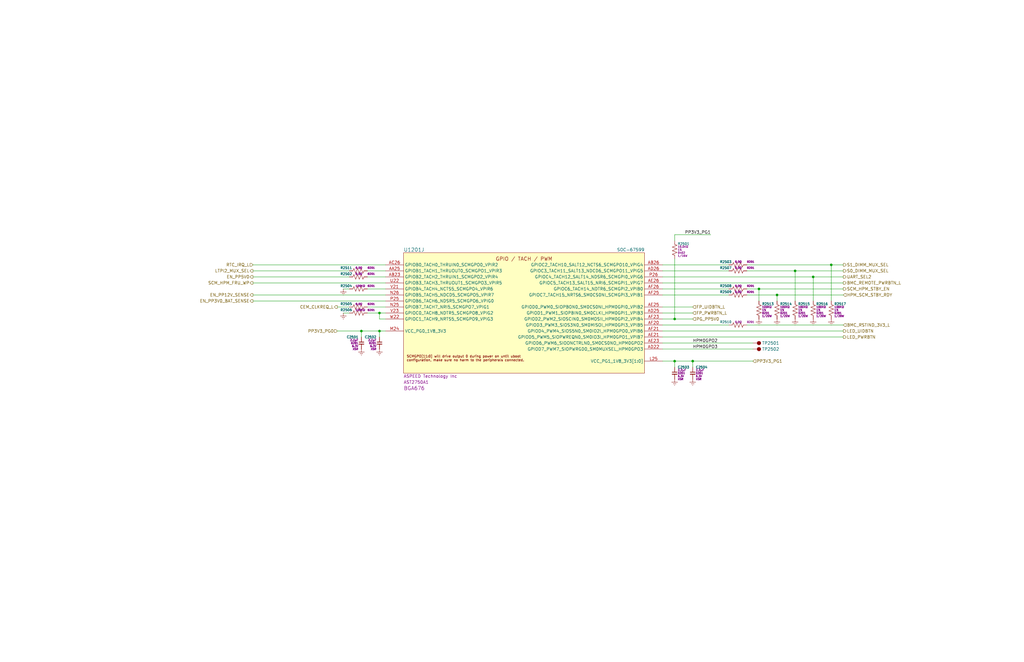
<source format=kicad_sch>
(kicad_sch (version 20231120) (generator "eeschema") (generator_version "8.0")
  (paper "B")
  (title_block (title "${PROJ}") (rev "${REV}") (company "${RPN}") (comment 1 "GPIO, TACH, and PWM"))
  (lib_symbols
    (symbol "Capacitors, ceramic, Murata:CCM-722AA" (pin_numbers hide) (pin_names (offset 0) hide)
      (property "Reference" "C" (at 1.27 2.54 0))
      (property "val" "2.2µF" (at 1.27 1.27 0))
      (property "pkg" "0201" (at 1.27 0 0))
      (property "volt" "6.3V" (at 1.27 -1.27 0))
      (property "type" "X5R" (at 1.27 -2.54 0))
      (symbol "CCM-722AA_1_1"
        (pin passive line (at 0 2.54 270) (length 2.032) (name "~") (number "1"))
        (pin passive line (at 0 -2.54 90) (length 2.032) (name "~") (number "2"))
      )
    )
    (symbol "Mechanical:TST-01025" (pin_numbers hide) (pin_names (offset 1.016) hide) (in_bom no)
      (property "Reference" "TP" (at 3.81 0 0))
      (symbol "TST-01025_1_1"
        (pin passive line (at 0 0 0) (length 2.54) (name "~") (number "1"))
      )
    )
    (symbol "Power:GND" (power) (pin_names (offset 0)) (in_bom no) (on_board no)
      (symbol "GND_1_1"
        (pin power_in line (at 0 0 270) (length 0) hide (name "GND") (number "1"))
      )
    )
    (symbol "Resistors:RES-0000A" (pin_numbers hide) (pin_names (offset 0) hide)
      (property "Reference" "R" (at 1.27 2.54 0))
      (property "val" "0.0Ω" (at 1.27 1.27 0))
      (property "tol" "<50mΩ" (at 1.27 0 0))
      (property "pkg" "0201" (at 1.27 -1.27 0))
      (property "pwr" "0.5A" (at 1.27 -2.54 0))
      (symbol "RES-0000A_1_1"
        (pin passive line (at 0 3.81 270) (length 1.27) (name "~") (number "1"))
        (pin passive line (at 0 -3.81 90) (length 1.27) (name "~") (number "2"))
      )
    )
    (symbol "Resistors:RES-5100B" (pin_numbers hide) (pin_names (offset 0) hide)
      (property "Reference" "R" (at 1.27 2.54 0))
      (property "val" "10.0KΩ" (at 1.27 1.27 0))
      (property "tol" "1%" (at 1.27 0 0))
      (property "pkg" "0402" (at 1.27 -1.27 0))
      (property "pwr" "1/16W" (at 1.27 -2.54 0))
      (symbol "RES-5100B_1_1"
        (pin passive line (at 0 3.81 270) (length 1.27) (name "~") (number "1"))
        (pin passive line (at 0 -3.81 90) (length 1.27) (name "~") (number "2"))
      )
    )
    (symbol "Resistors:RES-6100A" (pin_numbers hide) (pin_names (offset 0) hide)
      (property "Reference" "R" (at 1.27 2.54 0))
      (property "val" "100KΩ" (at 1.27 1.27 0))
      (property "tol" "1%" (at 1.27 0 0))
      (property "pkg" "0201" (at 1.27 -1.27 0))
      (property "pwr" "1/20W" (at 1.27 -2.54 0))
      (symbol "RES-6100A_1_1"
        (pin passive line (at 0 3.81 270) (length 1.27) (name "~") (number "1"))
        (pin passive line (at 0 -3.81 90) (length 1.27) (name "~") (number "2"))
      )
    )
    (symbol "SoCs, non-Rivos:SOC-67599"
      (property "Reference" "U" (at -17.78 57.15 0))
      (property "Value" "SOC-67599" (at 17.78 57.15 0))
      (property "mfr" "ASPEED Technology Inc" (at -17.78 -58.42 0))
      (property "mpn" "AST2750A1" (at -17.78 -60.96 0))
      (property "pkg" "BGA676" (at -17.78 -63.5 0))
      (symbol "SOC-67599_1_1"
        (text "PCIe0" (at -8.89 22.86 0) (effects (font (size 1.524 1.524)) (justify left)))
        (text "PCIe1" (at 2.54 22.86 0) (effects (font (size 1.524 1.524)) (justify left)))
        (pin input line (at -27.94 20.32 0) (length 7.62) (name "PE0CK_P") (number "AA10"))
        (pin passive line (at -27.94 -20.32 0) (length 7.62) hide (name "VCC_PEG4_1V8[1:0]") (number "AA7"))
        (pin power_in line (at -27.94 -10.16 0) (length 7.62) (name "VCC_PEG4_0V8[1:0]") (number "AA8"))
        (pin input inverted_clock (at 27.94 17.78 180) (length 7.62) (name "PE1CK_N") (number "AA9"))
        (pin input inverted_clock (at -27.94 17.78 0) (length 7.62) (name "PE0CK_N") (number "AB10"))
        (pin passive line (at -27.94 -10.16 0) (length 7.62) hide (name "VCC_PEG4_0V8[1:0]") (number "AB8"))
        (pin input inverted (at 27.94 2.54 180) (length 7.62) (name "PE1RX_N") (number "AC7"))
        (pin output inverted (at 27.94 10.16 180) (length 7.62) (name "PE1TX_N") (number "AC9"))
        (pin input line (at 27.94 -10.16 180) (length 7.62) (name "PCIEREF") (number "AD11"))
        (pin input line (at 27.94 5.08 180) (length 7.62) (name "PE1RX_P") (number "AD7"))
        (pin output line (at 27.94 12.7 180) (length 7.62) (name "PE1TX_P") (number "AD9"))
        (pin output line (at -27.94 12.7 0) (length 7.62) (name "PE0TX_P") (number "AE10"))
        (pin bidirectional line (at 27.94 -2.54 180) (length 7.62) (name "PCIE1RSTN1v8") (number "AE3"))
        (pin input line (at -27.94 5.08 0) (length 7.62) (name "PE0RX_P") (number "AE8"))
        (pin output inverted (at -27.94 10.16 0) (length 7.62) (name "PE0TX_N") (number "AF10"))
        (pin bidirectional line (at -27.94 -2.54 0) (length 7.62) (name "PCIE0RSTN1v8") (number "AF2"))
        (pin input inverted (at -27.94 2.54 0) (length 7.62) (name "PE0RX_N") (number "AF8"))
        (pin power_in line (at -27.94 -20.32 0) (length 7.62) (name "VCC_PEG4_1V8[1:0]") (number "Y8"))
        (pin input line (at 27.94 20.32 180) (length 7.62) (name "PE1CK_P") (number "Y9"))
      )
      (symbol "SOC-67599_2_1"
        (text "DP HBR" (at 0 11.43 0) (effects (font (size 1.524 1.524))))
        (pin input line (at 27.94 -8.89 180) (length 7.62) (name "DPHPD1v8") (number "AA6"))
        (pin power_in line (at -27.94 -8.89 0) (length 7.62) (name "VCC_DP_VCC12A_1V2") (number "AB5"))
        (pin power_in line (at -27.94 1.27 0) (length 7.62) (name "VCC_DP_VCC18A_1V8") (number "AB6"))
        (pin bidirectional inverted (at -27.94 6.35 0) (length 7.62) (name "DPAUX_N") (number "AC5"))
        (pin bidirectional line (at -27.94 8.89 0) (length 7.62) (name "DPAUX_P") (number "AD5"))
        (pin output inverted (at 27.94 -1.27 180) (length 7.62) (name "DPMLTX1_N") (number "AE5"))
        (pin output inverted (at 27.94 6.35 180) (length 7.62) (name "DPMLTX0_N") (number "AE6"))
        (pin output line (at 27.94 1.27 180) (length 7.62) (name "DPMLTX1_P") (number "AF5"))
        (pin output line (at 27.94 8.89 180) (length 7.62) (name "DPMLTX0_P") (number "AF6"))
      )
      (symbol "SOC-67599_3_1"
        (text "DDR4/DDR5" (at 0 53.34 0) (effects (font (size 1.524 1.524))))
        (pin output line (at 25.4 43.18 180) (length 7.62) (name "DDR5CK_P") (number "AA1"))
        (pin output inverted_clock (at 25.4 40.64 180) (length 7.62) (name "DDR5CK_N") (number "AA2"))
        (pin bidirectional line (at 25.4 -5.08 180) (length 7.62) (name "DDR4CA10") (number "AA4"))
        (pin output inverted_clock (at 25.4 48.26 180) (length 7.62) (name "DDR4CK_N") (number "AB1"))
        (pin output line (at 25.4 50.8 180) (length 7.62) (name "DDR4CK_P") (number "AB2"))
        (pin bidirectional line (at 25.4 35.56 180) (length 7.62) (name "DDR4BA0") (number "AB3"))
        (pin bidirectional line (at 25.4 33.02 180) (length 7.62) (name "DDR4BA1") (number "AC1"))
        (pin output output_low (at 25.4 -22.86 180) (length 7.62) (name "DDR4CASN") (number "AC3"))
        (pin bidirectional line (at 25.4 -12.7 180) (length 7.62) (name "DDR4CA13") (number "AD1"))
        (pin output output_low (at 25.4 -27.94 180) (length 7.62) (name "DDR4RASN") (number "AD2"))
        (pin output output_low (at 25.4 -40.64 180) (length 7.62) (name "DDR4CSN") (number "AD3"))
        (pin output output_low (at 25.4 -25.4 180) (length 7.62) (name "DDR4WEN") (number "AE1"))
        (pin output line (at 25.4 -45.72 180) (length 7.62) (name "DDR_ODT") (number "AE2"))
        (pin bidirectional inverted (at -25.4 33.02 0) (length 7.62) (name "DDRDQS0_N") (number "G1"))
        (pin bidirectional line (at -25.4 35.56 0) (length 7.62) (name "DDRDQS0_P") (number "G2"))
        (pin bidirectional line (at -25.4 22.86 0) (length 7.62) (name "DDRDQ0") (number "G3"))
        (pin bidirectional line (at -25.4 15.24 0) (length 7.62) (name "DDRDQ3") (number "H3"))
        (pin bidirectional line (at -25.4 20.32 0) (length 7.62) (name "DDRDQ1") (number "H4"))
        (pin bidirectional line (at -25.4 7.62 0) (length 7.62) (name "DDRDQ6") (number "J1"))
        (pin output line (at -25.4 27.94 0) (length 7.62) (name "DDRDM0") (number "J2"))
        (pin bidirectional line (at -25.4 12.7 0) (length 7.62) (name "DDRDQ4") (number "J3"))
        (pin bidirectional line (at -25.4 17.78 0) (length 7.62) (name "DDRDQ2") (number "J4"))
        (pin bidirectional line (at -25.4 5.08 0) (length 7.62) (name "DDRDQ7") (number "K2"))
        (pin bidirectional line (at -25.4 10.16 0) (length 7.62) (name "DDRDQ5") (number "K3"))
        (pin bidirectional line (at -25.4 -12.7 0) (length 7.62) (name "DDRDQ8") (number "L3"))
        (pin bidirectional inverted (at -25.4 -2.54 0) (length 7.62) (name "DDRDQS1_N") (number "M1"))
        (pin bidirectional line (at -25.4 0 0) (length 7.62) (name "DDRDQS1_P") (number "M2"))
        (pin bidirectional line (at -25.4 -15.24 0) (length 7.62) (name "DDRDQ9") (number "M3"))
        (pin bidirectional line (at -25.4 -20.32 0) (length 7.62) (name "DDRDQ11") (number "M4"))
        (pin bidirectional line (at -25.4 -25.4 0) (length 7.62) (name "DDRDQ13") (number "N1"))
        (pin bidirectional line (at -25.4 -17.78 0) (length 7.62) (name "DDRDQ10") (number "N2"))
        (pin output line (at -25.4 -7.62 0) (length 7.62) (name "DDRDM1") (number "N3"))
        (pin bidirectional line (at -25.4 -30.48 0) (length 7.62) (name "DDRDQ15") (number "P1"))
        (pin bidirectional line (at -25.4 -27.94 0) (length 7.62) (name "DDRDQ14") (number "P3"))
        (pin bidirectional line (at -25.4 -22.86 0) (length 7.62) (name "DDRDQ12") (number "P4"))
        (pin bidirectional line (at 25.4 -17.78 180) (length 7.62) (name "DDR4CKE_DDR5CSN") (number "R2"))
        (pin output output_low (at 25.4 -38.1 180) (length 7.62) (name "DDR4ACTN_DDR5CA2") (number "R3"))
        (pin bidirectional line (at 25.4 25.4 180) (length 7.62) (name "DDR4BG1_DDR5CA1") (number "R4"))
        (pin bidirectional line (at 25.4 2.54 180) (length 7.62) (name "DDR4CA7_DDR5CA6") (number "T1"))
        (pin bidirectional line (at 25.4 27.94 180) (length 7.62) (name "DDR4BG0_DDR5CA0") (number "T2"))
        (pin open_collector line (at 25.4 -33.02 180) (length 7.62) (name "DDR_ALERTN") (number "T4"))
        (pin bidirectional line (at 25.4 -2.54 180) (length 7.62) (name "DDR4CA9_DDR5CA3") (number "U1"))
        (pin bidirectional line (at 25.4 -10.16 180) (length 7.62) (name "DDR4CA12_DDR5CA4") (number "U2"))
        (pin bidirectional line (at 25.4 -7.62 180) (length 7.62) (name "DDR4CA11_DDR5CA5") (number "U3"))
        (pin bidirectional line (at 25.4 5.08 180) (length 7.62) (name "DDR4CA6_DDR5CA8") (number "U4"))
        (pin bidirectional line (at 25.4 0 180) (length 7.62) (name "DDR4CA8_DDR5CA7") (number "V1"))
        (pin bidirectional line (at 25.4 10.16 180) (length 7.62) (name "DDR4CA4_DDR5CA10") (number "V3"))
        (pin bidirectional line (at 25.4 15.24 180) (length 7.62) (name "DDR4CA2_DDR5CA12") (number "V4"))
        (pin output line (at -25.4 -48.26 0) (length 7.62) (name "DDRATO") (number "V5"))
        (pin bidirectional line (at 25.4 12.7 180) (length 7.62) (name "DDR4CA3_DDR5CA11") (number "W1"))
        (pin bidirectional line (at 25.4 7.62 180) (length 7.62) (name "DDR4CA5_DDR5CA9") (number "W2"))
        (pin bidirectional line (at 25.4 20.32 180) (length 7.62) (name "DDR4CA0") (number "W3"))
        (pin input line (at 25.4 -50.8 180) (length 7.62) (name "DDR_ZN") (number "W4"))
        (pin bidirectional line (at 25.4 17.78 180) (length 7.62) (name "DDR4CA1_DDR5CA13") (number "Y1"))
        (pin output output_low (at 25.4 -35.56 180) (length 7.62) (name "DDRRESETN") (number "Y2"))
        (pin output line (at -25.4 -50.8 0) (length 7.62) (name "DDRDTO") (number "Y3"))
      )
      (symbol "SOC-67599_4_1"
        (text "UFS 2.1" (at 0 13.97 0) (effects (font (size 1.524 1.524))))
        (pin output line (at 27.94 11.43 180) (length 7.62) (name "UFSTX0_P") (number "A2"))
        (pin input line (at 27.94 -8.89 180) (length 7.62) (name "UFSRX1_P") (number "B1"))
        (pin output inverted (at 27.94 8.89 180) (length 7.62) (name "UFSTX0_N") (number "B2"))
        (pin input inverted (at 27.94 -11.43 180) (length 7.62) (name "UFSRX1_N") (number "C1"))
        (pin output line (at 27.94 6.35 180) (length 7.62) (name "UFSTX1_P") (number "C2"))
        (pin input line (at 27.94 -3.81 180) (length 7.62) (name "UFSRX0_P") (number "D1"))
        (pin output inverted (at 27.94 3.81 180) (length 7.62) (name "UFSTX1_N") (number "D2"))
        (pin input inverted (at 27.94 -6.35 180) (length 7.62) (name "UFSRX0_N") (number "E1"))
        (pin output clock (at -27.94 11.43 0) (length 7.62) (name "UFSREFCK1v2") (number "E2"))
        (pin output output_low (at -27.94 6.35 0) (length 7.62) (name "UFSRSTN1v2") (number "F2"))
        (pin power_in line (at -27.94 -11.43 0) (length 7.62) (name "VCC_UFS_0V8") (number "K7"))
        (pin power_in line (at -27.94 -1.27 0) (length 7.62) (name "VCC_UFS_1V8") (number "L8"))
      )
      (symbol "SOC-67599_5_1"
        (text "USB2C supports USB-to-UART\n(access to UART11 and UART12)" (at -5.08 16.51 0) (effects (font (size 1 1)) (justify left)))
        (text "USB3.1 Gen2" (at 0 39.37 0) (effects (font (size 1.524 1.524))))
        (pin output inverted (at -27.94 34.29 0) (length 7.62) (name "USB3ATX_N") (number "A3"))
        (pin bidirectional line (at 27.94 29.21 180) (length 7.62) (name "USB2B_P") (number "A4"))
        (pin input inverted (at -27.94 11.43 0) (length 7.62) (name "USB3BRX_N") (number "A5"))
        (pin output line (at -27.94 36.83 0) (length 7.62) (name "USB3ATX_P") (number "B3"))
        (pin bidirectional inverted (at 27.94 26.67 180) (length 7.62) (name "USB2B_N") (number "B4"))
        (pin input line (at -27.94 13.97 0) (length 7.62) (name "USB3BRX_P") (number "B5"))
        (pin bidirectional line (at 27.94 36.83 180) (length 7.62) (name "USB2A_P") (number "C3"))
        (pin input line (at -27.94 29.21 0) (length 7.62) (name "USB3ARX_P") (number "C5"))
        (pin bidirectional inverted (at 27.94 34.29 180) (length 7.62) (name "USB2A_N") (number "D3"))
        (pin input inverted (at -27.94 26.67 0) (length 7.62) (name "USB3ARX_N") (number "D5"))
        (pin input line (at 27.94 -31.75 180) (length 7.62) (name "USB2ATXRTUNE") (number "E3"))
        (pin input line (at -27.94 -31.75 0) (length 7.62) (name "USB3RESREF") (number "E4"))
        (pin output line (at -27.94 21.59 0) (length 7.62) (name "USB3BTX_P") (number "E6"))
        (pin input line (at 27.94 -36.83 180) (length 7.62) (name "USB2BTXRTUNE") (number "F5"))
        (pin output inverted (at -27.94 19.05 0) (length 7.62) (name "USB3BTX_N") (number "F6"))
        (pin power_in line (at 27.94 3.81 180) (length 7.62) (name "VCCA_USB2C_3V3") (number "G15"))
        (pin input clock (at -27.94 6.35 0) (length 7.62) (name "USB25CK_P") (number "G6"))
        (pin bidirectional line (at 27.94 21.59 180) (length 7.62) (name "USB2C_P") (number "H15"))
        (pin input inverted_clock (at -27.94 3.81 0) (length 7.62) (name "USB25CK_N") (number "H6"))
        (pin bidirectional inverted (at 27.94 19.05 180) (length 7.62) (name "USB2C_N") (number "J15"))
        (pin power_in line (at 27.94 6.35 180) (length 7.62) (name "VCC_USB2_3V3") (number "J7"))
        (pin power_in line (at -27.94 -8.89 0) (length 7.62) (name "VCC_USB3_1V8[1:0]") (number "K10"))
        (pin power_in line (at 27.94 -19.05 180) (length 7.62) (name "VCC_USB2_0V8") (number "K11"))
        (pin power_in line (at 27.94 1.27 180) (length 7.62) (name "VCCA_USB2D_3V3") (number "K14"))
        (pin bidirectional line (at 27.94 13.97 180) (length 7.62) (name "USB2D_P") (number "K15"))
        (pin power_in line (at -27.94 -19.05 0) (length 7.62) (name "VCC_USB3_0V8[1:0]") (number "K9"))
        (pin passive line (at -27.94 -8.89 0) (length 7.62) hide (name "VCC_USB3_1V8[1:0]") (number "L10"))
        (pin power_in line (at 27.94 -8.89 180) (length 7.62) (name "VCC_USB2_1V8") (number "L11"))
        (pin bidirectional inverted (at 27.94 11.43 180) (length 7.62) (name "USB2D_N") (number "L15"))
        (pin passive line (at -27.94 -19.05 0) (length 7.62) hide (name "VCC_USB3_0V8[1:0]") (number "L9"))
      )
      (symbol "SOC-67599_6_1"
        (text "eMMC" (at -5.08 36.83 0) (effects (font (size 1.524 1.524))))
        (text "JTAG0 (M/S)" (at 7.62 29.21 0) (effects (font (size 1.524 1.524)) (justify left)))
        (text "JTAG1 (M)" (at 1.27 12.7 0) (effects (font (size 1.524 1.524)) (justify left)))
        (text "LTPI1 Rx" (at 10.16 -24.13 0) (effects (font (size 1.524 1.524)) (justify left)))
        (text "LTPI1 Tx" (at 10.16 -8.89 0) (effects (font (size 1.524 1.524)) (justify left)))
        (text "LTPI2 Rx" (at -10.16 -24.13 0) (effects (font (size 1.524 1.524)) (justify right)))
        (text "LTPI2 Tx" (at -10.16 -8.89 0) (effects (font (size 1.524 1.524)) (justify right)))
        (pin input line (at 45.72 29.21 180) (length 7.62) (name "TMS01v8") (number "AA5"))
        (pin bidirectional line (at -45.72 21.59 0) (length 7.62) (name "EMMCDAT3_GPIO18A5") (number "AB13"))
        (pin input input_low (at -45.72 1.27 0) (length 7.62) (name "EMMCCDN_VB0CSN_GPIO18A6") (number "AB14"))
        (pin bidirectional line (at -45.72 13.97 0) (length 7.62) (name "EMMCDAT5_VB0MISO_GPIO18B1_UFSCLKI") (number "AC13"))
        (pin output clock (at -45.72 34.29 0) (length 7.62) (name "EMMCCLK_VB1CSN_GPIO18A0") (number "AC14"))
        (pin input inverted (at 45.72 -29.21 180) (length 7.62) (name "LTPI1RX_N") (number "AC21"))
        (pin output line (at 45.72 -11.43 180) (length 7.62) (name "LTPI1TX_P") (number "AC23"))
        (pin bidirectional line (at -45.72 11.43 0) (length 7.62) (name "EMMCDAT6_DDCCLK_GPIO18B2") (number "AD13"))
        (pin bidirectional line (at -45.72 29.21 0) (length 7.62) (name "EMMCDAT0_VB1MOSI_GPIO18A2") (number "AD14"))
        (pin input line (at 45.72 -26.67 180) (length 7.62) (name "LTPI1RX_P") (number "AD21"))
        (pin output inverted (at 45.72 -13.97 180) (length 7.62) (name "LTPI1TX_N") (number "AD23"))
        (pin input input_low (at 45.72 34.29 180) (length 7.62) (name "NTRST01v8") (number "AD4"))
        (pin bidirectional line (at -45.72 8.89 0) (length 7.62) (name "EMMCDAT7_DDCDAT_GPIO18B3") (number "AE13"))
        (pin bidirectional line (at -45.72 26.67 0) (length 7.62) (name "EMMCDAT1_VB1MISO_GPIO18A3") (number "AE14"))
        (pin bidirectional line (at -45.72 3.81 0) (length 7.62) (name "EMMCCMD_VB1CK_GPIO18A1") (number "AE15"))
        (pin input inverted_clock (at 45.72 -21.59 180) (length 7.62) (name "LTPI1RXCK_N") (number "AE22"))
        (pin output inverted (at 45.72 -6.35 180) (length 7.62) (name "LTPI1TXCK_N") (number "AE24"))
        (pin input line (at 45.72 24.13 180) (length 7.62) (name "TDI01v8") (number "AE4"))
        (pin bidirectional line (at -45.72 16.51 0) (length 7.62) (name "EMMCDAT4_VB0MOSI_GPIO18B0") (number "AF13"))
        (pin bidirectional line (at -45.72 24.13 0) (length 7.62) (name "EMMCDAT2_GPIO18A4") (number "AF14"))
        (pin input clock (at 45.72 -19.05 180) (length 7.62) (name "LTPI1RXCK_P") (number "AF22"))
        (pin output line (at 45.72 -3.81 180) (length 7.62) (name "LTPI1TXCK_P") (number "AF24"))
        (pin input clock (at 45.72 31.75 180) (length 7.62) (name "TCK01v8") (number "AF3"))
        (pin output line (at 45.72 26.67 180) (length 7.62) (name "TDO01v8") (number "AF4"))
        (pin output output_low (at 45.72 19.05 180) (length 7.62) (name "GPIOQ2_MNTRST13v3") (number "D12"))
        (pin output line (at 45.72 13.97 180) (length 7.62) (name "GPIOQ4_MTMS13v3") (number "E11"))
        (pin output line (at 45.72 16.51 180) (length 7.62) (name "GPIOQ3_MTCK13v3") (number "F10"))
        (pin output line (at 45.72 11.43 180) (length 7.62) (name "GPIOQ5_MTDI13v3") (number "F11"))
        (pin input line (at 45.72 8.89 180) (length 7.62) (name "GPIOQ6_MTDO13v3") (number "F13"))
        (pin power_in line (at 45.72 3.81 180) (length 7.62) (name "VCC_BMC_3V3[3:0]") (number "G13"))
        (pin power_in line (at -45.72 -34.29 0) (length 7.62) (name "VCC_LTPIIO2_1V8[1:0]") (number "P19"))
        (pin power_in line (at 45.72 -34.29 180) (length 7.62) (name "VCC_LTPIIO_1V8[1:0]") (number "P20"))
        (pin passive line (at 45.72 -34.29 180) (length 7.62) hide (name "VCC_LTPIIO_1V8[1:0]") (number "P21"))
        (pin passive line (at -45.72 -34.29 0) (length 7.62) hide (name "VCC_LTPIIO2_1V8[1:0]") (number "R20"))
        (pin output inverted (at -45.72 -6.35 0) (length 7.62) (name "LTPI2TXCK_N") (number "T25"))
        (pin output line (at -45.72 -3.81 0) (length 7.62) (name "LTPI2TXCK_P") (number "T26"))
        (pin output inverted (at -45.72 -13.97 0) (length 7.62) (name "LTPI2TX_N") (number "U23"))
        (pin output line (at -45.72 -11.43 0) (length 7.62) (name "LTPI2TX_P") (number "U24"))
        (pin input inverted_clock (at -45.72 -21.59 0) (length 7.62) (name "LTPI2RXCK_N") (number "V25"))
        (pin input clock (at -45.72 -19.05 0) (length 7.62) (name "LTPI2RXCK_P") (number "V26"))
        (pin input inverted (at -45.72 -29.21 0) (length 7.62) (name "LTPI2RX_N") (number "W23"))
        (pin input line (at -45.72 -26.67 0) (length 7.62) (name "LTPI2RX_P") (number "W24"))
      )
      (symbol "SOC-67599_7_1"
        (text "eSPI0/1" (at 0 13.97 0) (effects (font (size 1.524 1.524))))
        (pin input input_low (at -58.42 3.81 0) (length 7.62) (name "ESPI0CSN_L0FRAMEN_GPIOM5") (number "B13"))
        (pin bidirectional line (at -58.42 -6.35 0) (length 7.62) (name "ESPI0D3_L0AD3_GPIOM3") (number "B14"))
        (pin bidirectional line (at -58.42 -3.81 0) (length 7.62) (name "ESPI0D2_L0AD2_GPIOM2") (number "B15"))
        (pin bidirectional line (at -58.42 1.27 0) (length 7.62) (name "ESPI0D0_L0AD0_GPIOM0") (number "B16"))
        (pin open_collector line (at 58.42 6.35 180) (length 7.62) (name "ESPI1ALTN_L1SIRQN_SD0CMD_GPIOA2_SDA3_VPIVS") (number "C11"))
        (pin bidirectional line (at 58.42 -3.81 180) (length 7.62) (name "ESPI1D2_L1AD2_SD0DAT2_GPIOA6_SDA2") (number "C12"))
        (pin bidirectional line (at 58.42 -6.35 180) (length 7.62) (name "ESPI1D3_L1AD3_SD0DAT3_GPIOA7_SCL3") (number "C13"))
        (pin input input_low (at 58.42 8.89 180) (length 7.62) (name "ESPI1RSTN_LPC1RSTN_SD0CDN_GPIOA1_SCL1_VPIHS") (number "C14"))
        (pin input input_low (at -58.42 8.89 0) (length 7.62) (name "ESPI0RSTN_LPC0RSTN_GPIOM7") (number "C15"))
        (pin input clock (at 58.42 11.43 180) (length 7.62) (name "ESPI1CK_L1CLK_SD0CLK_GPIOA0_SCL0_VPICLK") (number "C16"))
        (pin input clock (at -58.42 11.43 0) (length 7.62) (name "ESPI0CK_L0CLK_OSCCLK_GPIOM4") (number "C17"))
        (pin bidirectional line (at 58.42 -1.27 180) (length 7.62) (name "ESPI1D1_L1AD1_SD0DAT1_GPIOA5_SCL2_VPIR1") (number "D10"))
        (pin bidirectional line (at -58.42 -1.27 0) (length 7.62) (name "ESPI0D1_L0AD1_GPIOM1") (number "D14"))
        (pin input input_low (at 58.42 3.81 180) (length 7.62) (name "ESPI1CSN_L1FRAMEN_SD0WPN_GPIOA3_SDA0_VPIDE") (number "D9"))
        (pin open_collector line (at -58.42 6.35 0) (length 7.62) (name "ESPI0ALTN_L0SIRQN_GPIOM6") (number "E14"))
        (pin bidirectional line (at 58.42 1.27 180) (length 7.62) (name "ESPI1D0_L1AD0_SD0DAT0_GPIOA4_SDA1_VPIR0") (number "F14"))
        (pin power_in line (at 58.42 -11.43 180) (length 7.62) (name "VCC_ESPI1_1V8_3V3") (number "G17"))
        (pin power_in line (at -58.42 -11.43 0) (length 7.62) (name "VCC_ESPI0_1V8_3V3") (number "G18"))
      )
      (symbol "SOC-67599_8_1"
        (text "AST27x0A1: BOOT_FROM_UART strap at pin W16\n0: Disable (int. pulldown)\n1: Enable (ext. pullup required)" (at -29.21 -17.78 0) (effects (font (size 1 1)) (justify left)))
        (text "AST27x0A1: HeartBeat LED function strap at pin AC16\n0: Enable (int. pulldown)\n1: Disable (ext. pullup required)" (at -36.83 12.7 0) (effects (font (size 1 1)) (justify left)))
        (text "AST27x0A1: LTPI CRC mode sel. strap at pin AA14\n0: CRC option 1 (int. pulldown)\n1: CRC option 2" (at -29.21 -11.43 0) (effects (font (size 1 1)) (justify left)))
        (text "Debug / Boot from UART" (at -6.35 -26.67 0) (effects (font (size 1.524 1.524)) (justify left)))
        (text "UART / GPIO" (at -1.27 33.02 0) (effects (font (size 1.524 1.524))))
        (pin bidirectional line (at -52.07 -7.62 0) (length 7.62) (name "GPIOF5_NRTS1") (number "AA14"))
        (pin bidirectional line (at -52.07 5.08 0) (length 7.62) (name "GPIOF0_NCTS1_SIOONCTRLN1_HPM1GPO0") (number "AA15"))
        (pin bidirectional line (at -52.07 27.94 0) (length 7.62) (name "GPIOE1_NDCD0_SIOPBIN1") (number "AA16"))
        (pin bidirectional line (at 52.07 20.32 180) (length 7.62) (name "GPIOG3_RXD3_WDTRST1N_PWM9_SDA12_SM1CLKI") (number "AA17"))
        (pin bidirectional line (at -52.07 2.54 0) (length 7.62) (name "GPIOF1_NDCD1_SIOPWRGD1_HPM1GPO1") (number "AB15"))
        (pin bidirectional line (at -52.07 17.78 0) (length 7.62) (name "GPIOE5_NRTS0_SIOPWREQN1") (number "AB16"))
        (pin output line (at 52.07 7.62 180) (length 7.62) (name "TXD5_GPIOG4_WDTRST2N_PWM10_SCL13_SM1MOSII") (number "AB17"))
        (pin bidirectional line (at 52.07 30.48 180) (length 7.62) (name "GPIOG0_TXD2") (number "AB18"))
        (pin bidirectional line (at -52.07 0 0) (length 7.62) (name "GPIOF2_NDSR1_SALT2") (number "AC15"))
        (pin output line (at -52.07 15.24 0) (length 7.62) (name "TXD0") (number "AC16"))
        (pin bidirectional line (at 52.07 0 180) (length 7.62) (name "GPIOG6_TXD6_PWM12_SALT0_SCL14_SM1IO2I") (number "AC17"))
        (pin bidirectional line (at 52.07 27.94 180) (length 7.62) (name "GPIOG1_RXD2_SCL12") (number "AC18"))
        (pin output line (at 52.07 15.24 180) (length 7.62) (name "TXD41v8") (number "AD12"))
        (pin bidirectional line (at -52.07 -2.54 0) (length 7.62) (name "GPIOF3_NRI1_SALT3") (number "AD15"))
        (pin input line (at 52.07 5.08 180) (length 7.62) (name "RXD5_GPIOG5_WDTRST3N_PWM11_SDA13_SM1MISOI") (number "AD16"))
        (pin bidirectional line (at 52.07 -2.54 180) (length 7.62) (name "GPIOG7_RXD6_PWM13_SALT1_SDA14_SM1IO3I") (number "AD17"))
        (pin input line (at 52.07 12.7 180) (length 7.62) (name "RXD41v8") (number "AE12"))
        (pin bidirectional line (at 52.07 -5.08 180) (length 7.62) (name "GPIOH0_TXD7_PWM14_SCL15_SM1CS0NO") (number "AE16"))
        (pin bidirectional line (at 52.07 -7.62 180) (length 7.62) (name "GPIOH1_RXD7_PWM15_SDA15_SM1MUXSEL") (number "AE17"))
        (pin input line (at -52.07 12.7 0) (length 7.62) (name "RXD0") (number "AF16"))
        (pin bidirectional line (at -52.07 30.48 0) (length 7.62) (name "GPIOE0_NCTS0_SIOPBON1") (number "AF17"))
        (pin output line (at 52.07 -22.86 180) (length 7.62) (name "BMCUART_TXD12") (number "D11"))
        (pin input line (at 52.07 -25.4 180) (length 7.62) (name "BMCUART_RXD12") (number "D13"))
        (pin power_in line (at 52.07 -30.48 180) (length 7.62) (name "VCC_BMC_3V3[3:0]") (number "G14"))
        (pin power_in line (at 52.07 -12.7 180) (length 7.62) (name "VCC_PG2_1V8_3V3[1:0]") (number "H16"))
        (pin bidirectional line (at -52.07 20.32 0) (length 7.62) (name "GPIOE4_NDTR0_SIOS5N1") (number "J13"))
        (pin passive line (at 52.07 -12.7 180) (length 7.62) hide (name "VCC_PG2_1V8_3V3[1:0]") (number "J16"))
        (pin bidirectional line (at 52.07 22.86 180) (length 7.62) (name "GPIOG2_TXD3_WDTRST0N_PWM8_SM1CS0NI") (number "K13"))
        (pin power_in line (at -52.07 -22.86 0) (length 7.62) (name "VCC_SYSUART_1V8_3V3[1:0]") (number "K16"))
        (pin passive line (at -52.07 -22.86 0) (length 7.62) hide (name "VCC_SYSUART_1V8_3V3[1:0]") (number "L16"))
        (pin bidirectional line (at -52.07 -12.7 0) (length 7.62) (name "GPIOF7_RXD1") (number "V16"))
        (pin bidirectional line (at -52.07 22.86 0) (length 7.62) (name "GPIOE3_NRI0_SIOS3N1") (number "V17"))
        (pin bidirectional line (at -52.07 -10.16 0) (length 7.62) (name "GPIOF6_TXD1") (number "W16"))
        (pin bidirectional line (at -52.07 -5.08 0) (length 7.62) (name "GPIOF4_NDTR1_HPM1GPO2") (number "Y15"))
        (pin bidirectional line (at -52.07 25.4 0) (length 7.62) (name "GPIOE2_NDSR0_SIOSCIN1") (number "Y16"))
      )
      (symbol "SOC-67599_9_1"
        (text "MISC" (at 0 11.43 0) (effects (font (size 1.524 1.524))))
        (text "PECI" (at -1.27 -3.81 0) (effects (font (size 1.524 1.524)) (justify left)))
        (pin input input_low (at -33.02 3.81 0) (length 7.62) (name "SRSTN1v8") (number "AB11"))
        (pin input input_low (at -33.02 1.27 0) (length 7.62) (name "EXTRSTN1v8") (number "AB12"))
        (pin output output_low (at -33.02 -6.35 0) (length 7.62) (name "RSTIND1v8") (number "AB4"))
        (pin input line (at 33.02 8.89 180) (length 7.62) (name "ENTEST1v8") (number "AC11"))
        (pin input clock (at -33.02 8.89 0) (length 7.62) (name "CLKIN1v8") (number "AC12"))
        (pin bidirectional line (at 33.02 -1.27 180) (length 7.62) (name "PECI") (number "AD24"))
        (pin input input_low (at -33.02 -1.27 0) (length 7.62) (name "SSPRSTN1v8") (number "AF12"))
        (pin input input_low (at -33.02 -8.89 0) (length 7.62) (name "TSTRSTN") (number "AF15"))
        (pin power_in line (at 33.02 -6.35 180) (length 7.62) (name "VCC_PECIVDD_1V0") (number "L23"))
        (pin input input_low (at 33.02 3.81 180) (length 7.62) (name "CHASIN") (number "V15"))
      )
      (symbol "SOC-67599_10_1"
        (text "GPIO / TACH / PWM" (at 0 22.86 0) (effects (font (size 1.524 1.524))))
        (text "SCMGPO[11:0] will drive output 0 during power on until uboot \nconfiguration, make sure no harm to the peripherals connected." (at -49.53 -19.05 0) (effects (font (size 1 1)) (justify left)))
        (pin bidirectional line (at -58.42 17.78 0) (length 7.62) (name "GPIOB1_TACH1_THRUOUT0_SCMGPO1_VPIR3") (number "AA25"))
        (pin bidirectional line (at -58.42 15.24 0) (length 7.62) (name "GPIOB2_TACH2_THRUIN1_SCMGPO2_VPIR4") (number "AB23"))
        (pin bidirectional line (at 58.42 20.32 180) (length 7.62) (name "GPIOC2_TACH10_SALT12_NCTS6_SCMGPO10_VPIG4") (number "AB26"))
        (pin bidirectional line (at -58.42 20.32 0) (length 7.62) (name "GPIOB0_TACH0_THRUIN0_SCMGPO0_VPIR2") (number "AC26"))
        (pin bidirectional line (at 58.42 -15.24 180) (length 7.62) (name "GPIOD7_PWM7_SIOPWRGD0_SM0MUXSEL_HPM0GPO3") (number "AD22"))
        (pin bidirectional line (at 58.42 0 180) (length 7.62) (name "GPIOD1_PWM1_SIOPBIN0_SM0CLKI_HPM0GPI1_VPIB3") (number "AD25"))
        (pin bidirectional line (at 58.42 17.78 180) (length 7.62) (name "GPIOC3_TACH11_SALT13_NDCD6_SCMGPO11_VPIG5") (number "AD26"))
        (pin bidirectional line (at 58.42 -10.16 180) (length 7.62) (name "GPIOD5_PWM5_SIOPWREQN0_SM0IO3I_HPM0GPO1_VPIB7") (number "AE21"))
        (pin bidirectional line (at 58.42 -12.7 180) (length 7.62) (name "GPIOD6_PWM6_SIOONCTRLN0_SM0CS0NO_HPM0GPO2") (number "AE23"))
        (pin bidirectional line (at 58.42 2.54 180) (length 7.62) (name "GPIOD0_PWM0_SIOPBON0_SM0CS0NI_HPM0GPI0_VPIB2") (number "AE25"))
        (pin bidirectional line (at 58.42 12.7 180) (length 7.62) (name "GPIOC5_TACH13_SALT15_NRI6_SCMGPI1_VPIG7") (number "AE26"))
        (pin bidirectional line (at 58.42 -5.08 180) (length 7.62) (name "GPIOD3_PWM3_SIOS3N0_SM0MISOI_HPM0GPI3_VPIB5") (number "AF20"))
        (pin bidirectional line (at 58.42 -7.62 180) (length 7.62) (name "GPIOD4_PWM4_SIOS5N0_SM0IO2I_HPM0GPO0_VPIB6") (number "AF21"))
        (pin bidirectional line (at 58.42 -2.54 180) (length 7.62) (name "GPIOD2_PWM2_SIOSCIN0_SM0MOSII_HPM0GPI2_VPIB4") (number "AF23"))
        (pin bidirectional line (at 58.42 7.62 180) (length 7.62) (name "GPIOC7_TACH15_NRTS6_SM0CS0NI_SCMGPI3_VPIB1") (number "AF25"))
        (pin bidirectional line (at 58.42 10.16 180) (length 7.62) (name "GPIOC6_TACH14_NDTR6_SCMGPI2_VPIB0") (number "AF26"))
        (pin power_in line (at 58.42 -20.32 180) (length 7.62) (name "VCC_PG1_1V8_3V3[1:0]") (number "L25"))
        (pin power_in line (at -58.42 -7.62 0) (length 7.62) (name "VCC_PG0_1V8_3V3") (number "M24"))
        (pin passive line (at 58.42 -20.32 180) (length 7.62) hide (name "VCC_PG1_1V8_3V3[1:0]") (number "M25"))
        (pin bidirectional line (at -58.42 2.54 0) (length 7.62) (name "GPIOB7_TACH7_NRI5_SCMGPO7_VPIG1") (number "N25"))
        (pin bidirectional line (at -58.42 7.62 0) (length 7.62) (name "GPIOB5_TACH5_NDCD5_SCMGPO5_VPIR7") (number "N26"))
        (pin bidirectional line (at -58.42 5.08 0) (length 7.62) (name "GPIOB6_TACH6_NDSR5_SCMGPO6_VPIG0") (number "P25"))
        (pin bidirectional line (at 58.42 15.24 180) (length 7.62) (name "GPIOC4_TACH12_SALT14_NDSR6_SCMGPI0_VPIG6") (number "P26"))
        (pin bidirectional line (at -58.42 12.7 0) (length 7.62) (name "GPIOB3_TACH3_THRUOUT1_SCMGPO3_VPIR5") (number "U22"))
        (pin bidirectional line (at -58.42 10.16 0) (length 7.62) (name "GPIOB4_TACH4_NCTS5_SCMGPO4_VPIR6") (number "V21"))
        (pin bidirectional line (at -58.42 0 0) (length 7.62) (name "GPIOC0_TACH8_NDTR5_SCMGPO8_VPIG2") (number "V23"))
        (pin bidirectional line (at -58.42 -2.54 0) (length 7.62) (name "GPIOC1_TACH9_NRTS5_SCMGPO9_VPIG3") (number "W22"))
      )
      (symbol "SOC-67599_11_1"
        (text "FSI/I3CLV1" (at -15.24 -25.4 0) (effects (font (size 1.524 1.524)) (justify left)))
        (text "I3CHV0" (at 7.62 26.67 0) (effects (font (size 1.524 1.524)) (justify left)))
        (text "I3CHV1" (at -15.24 26.67 0) (effects (font (size 1.524 1.524)) (justify left)))
        (text "I3CLV1" (at -15.24 -5.08 0) (effects (font (size 1.524 1.524)) (justify left)))
        (pin bidirectional line (at -55.88 -2.54 0) (length 7.62) (name "GPIOJ3_I3CSDA5") (number "AA20"))
        (pin bidirectional line (at -55.88 -20.32 0) (length 7.62) (name "GPIOK2_I3CSCL9_FSI1CLK") (number "AA21"))
        (pin bidirectional line (at -55.88 -5.08 0) (length 7.62) (name "GPIOJ4_I3CSCL6") (number "AA22"))
        (pin bidirectional line (at -55.88 27.94 0) (length 7.62) (name "GPIOI4_HVI3C14SCL_SCL14") (number "AA23"))
        (pin bidirectional line (at 55.88 30.48 180) (length 7.62) (name "GPIOL3_HVI3CSDA1_SDA9") (number "AA24"))
        (pin bidirectional line (at 55.88 25.4 180) (length 7.62) (name "GPIOL5_HVI3CSDA2_SDA10") (number "AA26"))
        (pin bidirectional line (at -55.88 -7.62 0) (length 7.62) (name "GPIOJ5_I3CSDA6") (number "AB20"))
        (pin bidirectional line (at -55.88 -22.86 0) (length 7.62) (name "GPIOK3_I3CSDA9_FSI1DATA") (number "AB21"))
        (pin bidirectional line (at -55.88 22.86 0) (length 7.62) (name "GPIOI6_HVI3C15SCL_SCL15") (number "AB22"))
        (pin bidirectional line (at -55.88 -25.4 0) (length 7.62) (name "GPIOK4_I3CSCL10_FSI2CLK") (number "AC19"))
        (pin bidirectional line (at -55.88 -17.78 0) (length 7.62) (name "GPIOK1_I3CSDA8_FSI0DATA") (number "AC20"))
        (pin bidirectional line (at -55.88 25.4 0) (length 7.62) (name "GPIOI5_HVI3C14SDA_SDA14") (number "AC22"))
        (pin bidirectional line (at -55.88 -33.02 0) (length 7.62) (name "GPIOK7_I3CSDA11_FSI3DATA") (number "AD18"))
        (pin bidirectional line (at -55.88 -30.48 0) (length 7.62) (name "GPIOK6_I3CSCL11_FSI3CLK") (number "AD19"))
        (pin bidirectional line (at -55.88 -15.24 0) (length 7.62) (name "GPIOK0_I3CSCL8_FSI0CLK") (number "AD20"))
        (pin bidirectional line (at -55.88 -27.94 0) (length 7.62) (name "GPIOK5_I3CSDA10_FSI2DATA") (number "AE18"))
        (pin bidirectional line (at -55.88 -12.7 0) (length 7.62) (name "GPIOJ7_I3CSDA7") (number "AE19"))
        (pin bidirectional line (at -55.88 5.08 0) (length 7.62) (name "GPIOJ0_I3CSCL4") (number "AE20"))
        (pin bidirectional line (at -55.88 -10.16 0) (length 7.62) (name "GPIOJ6_I3CSCL7") (number "AF18"))
        (pin bidirectional line (at -55.88 2.54 0) (length 7.62) (name "GPIOJ1_I3CSDA4") (number "AF19"))
        (pin power_in line (at -55.88 -38.1 0) (length 7.62) (name "VCC_I3CVDDL1_1V0[2:0]") (number "N24"))
        (pin power_in line (at 55.88 15.24 180) (length 7.62) (name "VCC_I3CVDDH0_1V8_3V3[1:0]") (number "P22"))
        (pin passive line (at 55.88 15.24 180) (length 7.62) hide (name "VCC_I3CVDDH0_1V8_3V3[1:0]") (number "P23"))
        (pin passive line (at -55.88 -38.1 0) (length 7.62) hide (name "VCC_I3CVDDL1_1V0[2:0]") (number "P24"))
        (pin passive line (at -55.88 -38.1 0) (length 7.62) hide (name "VCC_I3CVDDL1_1V0[2:0]") (number "R24"))
        (pin bidirectional line (at 55.88 27.94 180) (length 7.62) (name "GPIOL4_HVI3CSCL2_SCL10") (number "R25"))
        (pin bidirectional line (at 55.88 22.86 180) (length 7.62) (name "GPIOL6_HVI3CSCL3_SCL11") (number "R26"))
        (pin power_in line (at -55.88 15.24 0) (length 7.62) (name "VCC_I3CVDDH1_1V8_3V3[1:0]") (number "T21"))
        (pin passive line (at -55.88 15.24 0) (length 7.62) hide (name "VCC_I3CVDDH1_1V8_3V3[1:0]") (number "T22"))
        (pin bidirectional line (at 55.88 38.1 180) (length 7.62) (name "GPIOL0_HVI3CSCL0_SCL8") (number "U25"))
        (pin bidirectional line (at 55.88 35.56 180) (length 7.62) (name "GPIOL1_HVI3CSDA0_SDA8") (number "U26"))
        (pin bidirectional line (at -55.88 30.48 0) (length 7.62) (name "GPIOI3_HVI3C13SDA_SDA13") (number "W21"))
        (pin bidirectional line (at -55.88 38.1 0) (length 7.62) (name "GPIOI0_HVI3C12SCL_SCL12") (number "W25"))
        (pin bidirectional line (at -55.88 20.32 0) (length 7.62) (name "GPIOI7_HVI3C15SDA_SDA15") (number "Y21"))
        (pin bidirectional line (at -55.88 0 0) (length 7.62) (name "GPIOJ2_I3CSCL5") (number "Y22"))
        (pin bidirectional line (at -55.88 35.56 0) (length 7.62) (name "GPIOI1_HVI3C12SDA_SDA12") (number "Y23"))
        (pin bidirectional line (at -55.88 33.02 0) (length 7.62) (name "GPIOI2_HVI3C13SCL_SCL13") (number "Y24"))
        (pin bidirectional line (at 55.88 20.32 180) (length 7.62) (name "GPIOL7_HVI3CSDA3_SDA11") (number "Y25"))
        (pin bidirectional line (at 55.88 33.02 180) (length 7.62) (name "GPIOL2_HVI3CSCL1_SCL9") (number "Y26"))
      )
      (symbol "SOC-67599_12_1"
        (text "FWSPI" (at -17.78 34.29 0) (effects (font (size 1.524 1.524))))
        (text "SPI0 - SOC0" (at -15.24 -3.81 0) (effects (font (size 1.524 1.524))))
        (text "SPI1 - SOC1" (at 11.43 34.29 0) (effects (font (size 1.524 1.524))))
        (text "SPI2 - HPM FPGA" (at 2.54 -26.67 0) (effects (font (size 1.524 1.524))))
        (pin output output_low (at -48.26 8.89 0) (length 7.62) (name "FWSPICS2N") (number "A12"))
        (pin output output_low (at -48.26 11.43 0) (length 7.62) (name "FWSPICS1N") (number "A13"))
        (pin input line (at -48.26 16.51 0) (length 7.62) (name "GPIOP7_FWSPIABR") (number "A14"))
        (pin bidirectional line (at -48.26 19.05 0) (length 7.62) (name "FWSPIDQ3_GPIOU7") (number "A15"))
        (pin input line (at -48.26 24.13 0) (length 7.62) (name "FWSPIMISO") (number "A16"))
        (pin output line (at -48.26 26.67 0) (length 7.62) (name "FWSPIMOSI") (number "A17"))
        (pin input line (at 48.26 11.43 180) (length 7.62) (name "GPIOO7_SPI1WPN_THRUOUT2") (number "A18"))
        (pin input line (at 48.26 13.97 180) (length 7.62) (name "GPIOO6_SPI1ABR_THRUIN2") (number "A19"))
        (pin output output_low (at 48.26 16.51 180) (length 7.62) (name "SPI1CS0") (number "A20"))
        (pin bidirectional line (at 48.26 19.05 180) (length 7.62) (name "GPIOO5_SPI1CS1_RXD11") (number "A21"))
        (pin bidirectional line (at 48.26 -11.43 180) (length 7.62) (name "GPIOP3_SPI2MISO") (number "A22"))
        (pin bidirectional line (at 48.26 -8.89 180) (length 7.62) (name "GPIOP2_SPI2MOSI") (number "A23"))
        (pin bidirectional line (at 48.26 26.67 180) (length 7.62) (name "SPI1MISO_TXD10") (number "A24"))
        (pin bidirectional line (at 48.26 29.21 180) (length 7.62) (name "SPI1MOSI_RXD9") (number "A25"))
        (pin bidirectional line (at 48.26 -19.05 180) (length 7.62) (name "GPIOP6_SPI2CS1N_HPM1GPO3") (number "A26"))
        (pin bidirectional line (at -48.26 -16.51 0) (length 7.62) (name "GPION4_SPI0DQ3") (number "B18"))
        (pin input line (at -48.26 -26.67 0) (length 7.62) (name "GPION7_SPI0WPN_RXD8") (number "B19"))
        (pin output output_low (at -48.26 -21.59 0) (length 7.62) (name "SPI0CS0_SPI0CS0") (number "B20"))
        (pin bidirectional line (at -48.26 -19.05 0) (length 7.62) (name "GPION5_SPI0CS1") (number "B21"))
        (pin bidirectional line (at -48.26 -11.43 0) (length 7.62) (name "SPI0MISO_GPION2") (number "B22"))
        (pin bidirectional line (at -48.26 -8.89 0) (length 7.62) (name "SPI0MOSI_GPION1") (number "B23"))
        (pin bidirectional line (at 48.26 24.13 180) (length 7.62) (name "GPIOO3_SPI1DQ2_RXD10") (number "B24"))
        (pin bidirectional line (at 48.26 -13.97 180) (length 7.62) (name "GPIOP4_SPI2DQ2_THRUIN3") (number "B25"))
        (pin output clock (at 48.26 31.75 180) (length 7.62) (name "SPI1CK_TXD9") (number "B26"))
        (pin bidirectional line (at -48.26 -13.97 0) (length 7.62) (name "GPION3_SPI0DQ2") (number "C23"))
        (pin output clock (at -48.26 29.21 0) (length 7.62) (name "FWSPICK") (number "C24"))
        (pin output output_low (at -48.26 31.75 0) (length 7.62) (name "FWSPICS0N") (number "C25"))
        (pin bidirectional line (at 48.26 -6.35 180) (length 7.62) (name "GPIOP1_SPI2CK") (number "C26"))
        (pin output clock (at -48.26 -6.35 0) (length 7.62) (name "SPI0CK") (number "D24"))
        (pin bidirectional line (at 48.26 -3.81 180) (length 7.62) (name "GPIOP0_SPI2CS0N") (number "D26"))
        (pin power_in line (at -48.26 -31.75 0) (length 7.62) (name "VCC_SPI0_1V8_3V3[1:0]") (number "E22"))
        (pin passive line (at -48.26 -31.75 0) (length 7.62) hide (name "VCC_SPI0_1V8_3V3[1:0]") (number "E23"))
        (pin power_in line (at 48.26 6.35 180) (length 7.62) (name "VCC_SPI1_1V8_3V3[1:0]") (number "E24"))
        (pin bidirectional line (at 48.26 21.59 180) (length 7.62) (name "GPIOO4_SPI1DQ3_TXD11") (number "E26"))
        (pin passive line (at 48.26 6.35 180) (length 7.62) hide (name "VCC_SPI1_1V8_3V3[1:0]") (number "F24"))
        (pin bidirectional line (at 48.26 -16.51 180) (length 7.62) (name "GPIOP5_SPI2DQ3_THRUOUT3") (number "F26"))
        (pin power_in line (at -48.26 3.81 0) (length 7.62) (name "VCC_FWSPI_3V3[1:0]") (number "G21"))
        (pin passive line (at -48.26 3.81 0) (length 7.62) hide (name "VCC_FWSPI_3V3[1:0]") (number "G22"))
        (pin power_in line (at 48.26 -24.13 180) (length 7.62) (name "VCC_SPI2_1V8_3V3[1:0]") (number "G23"))
        (pin passive line (at 48.26 -24.13 180) (length 7.62) hide (name "VCC_SPI2_1V8_3V3[1:0]") (number "H23"))
        (pin input line (at -48.26 -24.13 0) (length 7.62) (name "GPION6_SPI0ABR_TXD8") (number "M15"))
        (pin bidirectional line (at -48.26 21.59 0) (length 7.62) (name "FWSPIDQ2_GPIOU6") (number "M16"))
        (pin input line (at -48.26 13.97 0) (length 7.62) (name "GPIOQ7_FWSPIWPN") (number "N15"))
      )
      (symbol "SOC-67599_13_1"
        (text "AST27x0A1: LTPI driving strength \nDS0/DS1 strap at pin C18/N13\nrequire ext. pulls to set LVDS driving strengh" (at 1.27 17.78 0) (effects (font (size 1 1)) (justify left)))
        (text "MAC0" (at -16.51 6.35 0) (effects (font (size 1.524 1.524))))
        (text "MAC1" (at 1.27 6.35 0) (effects (font (size 1.524 1.524))))
        (text "PCIE2SGMII" (at 15.24 -15.24 0) (effects (font (size 1.524 1.524))))
        (text "PCIE2SGMII-MDIO" (at 8.89 -48.26 0) (effects (font (size 1.524 1.524))))
        (pin bidirectional line (at -58.42 31.75 0) (length 7.62) (name "GPIOR7_RGMII0TXCTL_RMII0TXEN") (number "A6"))
        (pin bidirectional line (at -58.42 41.91 0) (length 7.62) (name "GPIOR4_RGMII0RXD2_RMII0CRSDV") (number "A7"))
        (pin bidirectional line (at -58.42 46.99 0) (length 7.62) (name "GPIOR2_RGMII0RXD0_RMII0RXD0") (number "A8"))
        (pin bidirectional line (at 58.42 41.91 180) (length 7.62) (name "GPIOT4_RGMII1RXD2_RMII1CRSDV_SGPM1LD") (number "B10"))
        (pin bidirectional line (at 58.42 49.53 180) (length 7.62) (name "GPIOT1_RGMII1RXCTL_SGPSLD") (number "B11"))
        (pin bidirectional line (at 58.42 44.45 180) (length 7.62) (name "GPIOT3_RGMII1RXD1_RMII1RXD1_RXD3") (number "B12"))
        (pin bidirectional line (at -58.42 29.21 0) (length 7.62) (name "GPIOS0_RGMII0TXD0_RMII0TXD0") (number "B6"))
        (pin bidirectional line (at -58.42 24.13 0) (length 7.62) (name "GPIOS2_RGMII0TXD2") (number "B7"))
        (pin bidirectional line (at -58.42 21.59 0) (length 7.62) (name "GPIOS3_RGMII0TXD3") (number "B8"))
        (pin bidirectional clock (at -58.42 16.51 0) (length 7.62) (name "GPIOS4_MDC0") (number "B9"))
        (pin bidirectional line (at 58.42 13.97 180) (length 7.62) (name "GPIOU5_MDIO1") (number "C10"))
        (pin bidirectional clock (at 58.42 34.29 180) (length 7.62) (name "GPIOT6_RGMII1TXCK_RMII1RCLKO_SGPSCK") (number "C18"))
        (pin bidirectional line (at -58.42 49.53 0) (length 7.62) (name "GPIOR1_RGMII0RXCTL") (number "C19"))
        (pin bidirectional clock (at -58.42 52.07 0) (length 7.62) (name "GPIOR0_RGMII0RXCK_RMII0RCLKI") (number "C20"))
        (pin bidirectional line (at 58.42 31.75 180) (length 7.62) (name "GPIOT7_RGMII1TXCTL_RMII1TXEN") (number "C6"))
        (pin bidirectional line (at 58.42 29.21 180) (length 7.62) (name "GPIOU0_RGMII1TXD0_RMII1TXD0_SGPM1O") (number "C7"))
        (pin bidirectional line (at 58.42 21.59 180) (length 7.62) (name "GPIOU3_RGMII1TXD3_SGPSMI") (number "C8"))
        (pin bidirectional clock (at 58.42 16.51 180) (length 7.62) (name "GPIOU4_MDC1") (number "C9"))
        (pin bidirectional line (at 58.42 46.99 180) (length 7.62) (name "GPIOT2_RGMII1RXD0_RMII1RXD0_TXD3") (number "D15"))
        (pin bidirectional clock (at 58.42 52.07 180) (length 7.62) (name "GPIOT0_RGMII1RXCK_RMII1RCLKI_SGPM1CK") (number "D19"))
        (pin bidirectional clock (at -58.42 34.29 0) (length 7.62) (name "GPIOR6_RGMII0TXCK_RMII0RCLKO") (number "D20"))
        (pin bidirectional line (at 58.42 26.67 180) (length 7.62) (name "GPIOU1_RGMII1TXD1_RMII1TXD1_SGPM1I") (number "D7"))
        (pin bidirectional line (at 58.42 -44.45 180) (length 7.62) (name "GPIOQ0_MDIO2_PE2SGRSTN") (number "E10"))
        (pin bidirectional line (at 58.42 -46.99 180) (length 7.62) (name "GPIOQ1_MDC2") (number "E13"))
        (pin power_in line (at 58.42 8.89 180) (length 7.62) (name "VCC_RVDD1_1V8_3V3[2:0]") (number "E15"))
        (pin passive line (at 58.42 8.89 180) (length 7.62) hide (name "VCC_RVDD1_1V8_3V3[2:0]") (number "E16"))
        (pin passive line (at 58.42 8.89 180) (length 7.62) hide (name "VCC_RVDD1_1V8_3V3[2:0]") (number "E17"))
        (pin power_in line (at -58.42 8.89 0) (length 7.62) (name "VCC_RVDD0_1V8_3V3[2:0]") (number "E18"))
        (pin passive line (at -58.42 8.89 0) (length 7.62) hide (name "VCC_RVDD0_1V8_3V3[2:0]") (number "E19"))
        (pin passive line (at -58.42 8.89 0) (length 7.62) hide (name "VCC_RVDD0_1V8_3V3[2:0]") (number "E20"))
        (pin power_in line (at 58.42 -34.29 180) (length 7.62) (name "VCC_PESGA_IOCORE[1:0]") (number "G24"))
        (pin input line (at 58.42 -19.05 180) (length 7.62) (name "PE2SGRESREF") (number "G26"))
        (pin power_in line (at 58.42 -52.07 180) (length 7.62) (name "VCC_BMC_3V3[3:0]") (number "H13"))
        (pin passive line (at 58.42 -34.29 180) (length 7.62) hide (name "VCC_PESGA_IOCORE[1:0]") (number "H24"))
        (pin output inverted (at 58.42 -8.89 180) (length 7.62) (name "PE2SGTX_P") (number "H25"))
        (pin output line (at 58.42 -6.35 180) (length 7.62) (name "PE2SGTX_N") (number "H26"))
        (pin power_in line (at 58.42 -24.13 180) (length 7.62) (name "VCC_PESGH_3V3") (number "J23"))
        (pin input clock (at 58.42 -1.27 180) (length 7.62) (name "PE2SGCK_P") (number "J25"))
        (pin input inverted_clock (at 58.42 -3.81 180) (length 7.62) (name "PE2SGCK_N") (number "J26"))
        (pin input inverted (at 58.42 -13.97 180) (length 7.62) (name "PE2SGRX_N") (number "K25"))
        (pin input line (at 58.42 -11.43 180) (length 7.62) (name "PE2SGRX_P") (number "K26"))
        (pin bidirectional line (at -58.42 13.97 0) (length 7.62) (name "GPIOS5_MDIO0") (number "M14"))
        (pin bidirectional line (at 58.42 24.13 180) (length 7.62) (name "GPIOU2_RGMII1TXD2_SGPSMO") (number "N13"))
        (pin bidirectional line (at -58.42 26.67 0) (length 7.62) (name "GPIOS1_RGMII0TXD1_RMII0TXD1") (number "N14"))
        (pin bidirectional line (at 58.42 39.37 180) (length 7.62) (name "GPIOT5_RGMII1RXD3_RMII1RXER") (number "P13"))
        (pin bidirectional line (at -58.42 39.37 0) (length 7.62) (name "GPIOR5_RGMII0RXD3_RMII0RXER") (number "P14"))
        (pin bidirectional line (at -58.42 44.45 0) (length 7.62) (name "GPIOR3_RGMII0RXD1_RMII0RXD1") (number "R14"))
      )
      (symbol "SOC-67599_14_1"
        (text "By default, SMB[5:0] are internally allocated to LTPI,\ncan be configured back onto BMC local pinout." (at -38.1 0 0) (effects (font (size 1 1)) (justify left)))
        (text "SMB 0/1/2" (at 0 33.02 0) (effects (font (size 1.524 1.524))))
        (pin bidirectional line (at -50.8 -17.78 0) (length 7.62) (name "GPIOW5_SDA6_I2CF2SDAI") (number "D8"))
        (pin bidirectional line (at 50.8 25.4 180) (length 7.62) (name "GPIOX1_SDA8_I2CF0SDAI") (number "E12"))
        (pin bidirectional line (at -50.8 -20.32 0) (length 7.62) (name "GPIOW6_SCL7_I2CF2SCLO") (number "E8"))
        (pin bidirectional line (at -50.8 -5.08 0) (length 7.62) (name "GPIOW0_SCL4_I2CF1SCLI") (number "E9"))
        (pin bidirectional line (at 50.8 27.94 180) (length 7.62) (name "GPIOX0_SCL8_I2CF0SCLI") (number "F12"))
        (pin power_in line (at -50.8 -27.94 0) (length 7.62) (name "VCC_SMBG1_1V8_3V3") (number "F16"))
        (pin bidirectional line (at -50.8 -15.24 0) (length 7.62) (name "GPIOW4_SCL6_I2CF2SCLI") (number "F7"))
        (pin bidirectional line (at -50.8 -10.16 0) (length 7.62) (name "GPIOW2_SCL5_I2CF1SCLO") (number "F8"))
        (pin bidirectional line (at -50.8 -7.62 0) (length 7.62) (name "GPIOW1_SDA4_I2CF1SDAI") (number "F9"))
        (pin bidirectional line (at 50.8 12.7 180) (length 7.62) (name "GPIOX6_SCL11") (number "G10"))
        (pin bidirectional line (at -50.8 27.94 0) (length 7.62) (name "GPIOV0_SCL0_LTPIPSSCL0") (number "G11"))
        (pin bidirectional line (at 50.8 20.32 180) (length 7.62) (name "GPIOX3_SDA9_CAMBUSSTBY_I2CF0SDAO") (number "G7"))
        (pin bidirectional line (at 50.8 17.78 180) (length 7.62) (name "GPIOX4_SCL10_CAMBUSTX") (number "G8"))
        (pin bidirectional line (at 50.8 15.24 180) (length 7.62) (name "GPIOX5_SDA10_CAMBUSRX") (number "G9"))
        (pin bidirectional line (at -50.8 17.78 0) (length 7.62) (name "GPIOV4_SCL2_LTPIPSSCL2") (number "H10"))
        (pin bidirectional line (at -50.8 15.24 0) (length 7.62) (name "GPIOV5_SDA2_LTPIPSSDA2") (number "H11"))
        (pin power_in line (at 50.8 5.08 180) (length 7.62) (name "VCC_BMC_3V3[3:0]") (number "H14"))
        (pin bidirectional line (at -50.8 25.4 0) (length 7.62) (name "GPIOV1_SDA0_LTPIPSSDA0") (number "H7"))
        (pin bidirectional line (at -50.8 22.86 0) (length 7.62) (name "GPIOV2_SCL1_LTPIPSSCL1") (number "H8"))
        (pin bidirectional line (at -50.8 20.32 0) (length 7.62) (name "GPIOV3_SDA1_LTPIPSSDA1") (number "H9"))
        (pin bidirectional line (at -50.8 10.16 0) (length 7.62) (name "GPIOV7_SDA3_LTPIPSSDA3") (number "J10"))
        (pin bidirectional line (at 50.8 22.86 180) (length 7.62) (name "GPIOX2_SCL9_I2CF0SCLO") (number "J12"))
        (pin power_in line (at -50.8 5.08 0) (length 7.62) (name "VCC_SMBG0_1V8_3V3") (number "J14"))
        (pin bidirectional line (at -50.8 12.7 0) (length 7.62) (name "GPIOV6_SCL3_LTPIPSSCL3") (number "J9"))
        (pin bidirectional line (at 50.8 10.16 180) (length 7.62) (name "GPIOX7_SDA11") (number "K12"))
        (pin bidirectional line (at -50.8 -22.86 0) (length 7.62) (name "GPIOW7_SDA7_I2CF2SDAO") (number "L12"))
        (pin bidirectional line (at -50.8 -12.7 0) (length 7.62) (name "GPIOW3_SDA5_I2CF1SDAO") (number "M13"))
      )
      (symbol "SOC-67599_15_1"
        (text "VGA" (at 0 17.78 0) (effects (font (size 1.524 1.524))))
        (pin output line (at -22.86 -7.62 0) (length 7.62) (name "DACG") (number "A10"))
        (pin output line (at -22.86 -10.16 0) (length 7.62) (name "DACB") (number "A11"))
        (pin output line (at -22.86 -5.08 0) (length 7.62) (name "DACR") (number "A9"))
        (pin input line (at -22.86 -15.24 0) (length 7.62) (name "DACRSET") (number "B17"))
        (pin power_in line (at -22.86 15.24 0) (length 7.62) (name "VCC_DACA_3V3") (number "C22"))
        (pin power_in line (at -22.86 5.08 0) (length 7.62) (name "VCC_DACD_3V3") (number "E21"))
        (pin output line (at 22.86 12.7 180) (length 7.62) (name "VGAVS_GPIOS7") (number "E7"))
        (pin output line (at 22.86 15.24 180) (length 7.62) (name "VGAHS_GPIOS6") (number "J11"))
      )
      (symbol "SOC-67599_16_1"
        (text "ADC" (at 0 25.4 0) (effects (font (size 1.524 1.524))))
        (text "ADCREXT0/1:\n50kΩ pull-down even \nif ADCs are unused" (at 3.81 7.62 0) (effects (font (size 1 1)) (justify left)))
        (pin input line (at 30.48 17.78 180) (length 7.62) (name "ADCREXT0") (number "AA11"))
        (pin input line (at -30.48 5.08 0) (length 7.62) (name "ADC7_GPIY7_SALT11") (number "AA12"))
        (pin input line (at -30.48 10.16 0) (length 7.62) (name "ADC5_GPIY5_SALT9") (number "AA13"))
        (pin input line (at -30.48 12.7 0) (length 7.62) (name "ADC4_GPIY4_SALT8") (number "AA18"))
        (pin input line (at 30.48 -5.08 180) (length 7.62) (name "ADCREXT1") (number "AA19"))
        (pin input line (at -30.48 -17.78 0) (length 7.62) (name "ADC15_GPIZ7") (number "AB19"))
        (pin power_in line (at -30.48 -22.86 0) (length 7.62) (name "VCC_ADCAV33_3V3[2:0]") (number "T18"))
        (pin passive line (at -30.48 -22.86 0) (length 7.62) hide (name "VCC_ADCAV33_3V3[2:0]") (number "T19"))
        (pin passive line (at -30.48 -22.86 0) (length 7.62) hide (name "VCC_ADCAV33_3V3[2:0]") (number "T20"))
        (pin input line (at -30.48 -7.62 0) (length 7.62) (name "ADC11_GPIZ3") (number "V14"))
        (pin input line (at -30.48 20.32 0) (length 7.62) (name "ADC1_GPIY1_SALT5") (number "V18"))
        (pin input line (at -30.48 -10.16 0) (length 7.62) (name "ADC12_GPIZ4") (number "V19"))
        (pin input line (at -30.48 -2.54 0) (length 7.62) (name "ADC9_GPIZ1") (number "V20"))
        (pin input line (at -30.48 -12.7 0) (length 7.62) (name "ADC13_GPIZ5_AUXPWRGOOD0") (number "W14"))
        (pin input line (at 30.48 -7.62 180) (length 7.62) (name "ADCVREFEXT1") (number "W15"))
        (pin input line (at -30.48 22.86 0) (length 7.62) (name "ADC0_GPIY0_SALT4") (number "W17"))
        (pin input line (at -30.48 17.78 0) (length 7.62) (name "ADC2_GPIY2_SALT6") (number "W18"))
        (pin input line (at 30.48 -2.54 180) (length 7.62) (name "ADCVREFN1") (number "W19"))
        (pin input line (at -30.48 0 0) (length 7.62) (name "ADC8_GPIZ0") (number "W20"))
        (pin input line (at -30.48 -5.08 0) (length 7.62) (name "ADC10_GPIZ2") (number "Y11"))
        (pin input line (at 30.48 22.86 180) (length 7.62) (name "ADCVREFP0") (number "Y12"))
        (pin input line (at 30.48 20.32 180) (length 7.62) (name "ADCVREFN0") (number "Y13"))
        (pin input line (at 30.48 15.24 180) (length 7.62) (name "ADCVREFEXT0") (number "Y14"))
        (pin input line (at -30.48 15.24 0) (length 7.62) (name "ADC3_GPIY3_SALT7") (number "Y17"))
        (pin input line (at -30.48 7.62 0) (length 7.62) (name "ADC6_GPIY6_SALT10") (number "Y18"))
        (pin input line (at 30.48 0 180) (length 7.62) (name "ADCVREFP1") (number "Y19"))
        (pin input line (at -30.48 -15.24 0) (length 7.62) (name "ADC14_GPIZ6_AUXPWRGOOD1") (number "Y20"))
      )
      (symbol "SOC-67599_17_1"
        (text "SGPIO-M0/M1" (at 0 10.16 0) (effects (font (size 1.524 1.524))))
        (pin bidirectional line (at 66.04 0 180) (length 7.62) (name "GPIOH2_SGPM1O_WDTRST7N_PESGWAKEN_SFF8485I0_HPM1GPI2") (number "AB24"))
        (pin bidirectional line (at 66.04 5.08 180) (length 7.62) (name "GPIOAA6_SGPM1LD_WDTRST5N_NRTS2_SFF8485LD_HPM1GPI0") (number "AB25"))
        (pin bidirectional line (at 66.04 2.54 180) (length 7.62) (name "GPIOAA7_SGPM1LDR_WDTRST6N_MACLINK1_HPM1GPI1") (number "AC24"))
        (pin bidirectional line (at 66.04 7.62 180) (length 7.62) (name "GPIOAA5_SGPM1CK_WDTRST4N_NDTR2_SFF8485CK") (number "AC25"))
        (pin power_in line (at 66.04 -7.62 180) (length 7.62) (name "VCC_SGPM1_1V8_3V3") (number "K23"))
        (pin power_in line (at -66.04 -7.62 0) (length 7.62) (name "VCC_SGPM0_1V8_3V3") (number "M23"))
        (pin bidirectional line (at -66.04 -2.54 0) (length 7.62) (name "GPIOAA4_SGPM0I_SFF8485I1A_NRI2") (number "T23"))
        (pin bidirectional line (at -66.04 5.08 0) (length 7.62) (name "GPIOAA1_SGPM0LD_SFF8485LDA_NDCD2_MACLINK2") (number "T24"))
        (pin bidirectional line (at -66.04 7.62 0) (length 7.62) (name "GPIOAA0_SGPM0CK_SFF8485CKA_NCTS2_MACLINK0") (number "U21"))
        (pin bidirectional line (at -66.04 0 0) (length 7.62) (name "GPIOAA3_SGPM0O_SFF8485I0A_NDSR2") (number "V22"))
        (pin bidirectional line (at -66.04 2.54 0) (length 7.62) (name "GPIOAA2_HBLEDN_SGPM0LDR") (number "V24"))
        (pin bidirectional line (at 66.04 -2.54 180) (length 7.62) (name "GPIOH3_SGPM1I_SFF8485I1_HPM1GPI3") (number "W26"))
      )
      (symbol "SOC-67599_18_1"
        (text "Power" (at 0 48.26 0) (effects (font (size 1.524 1.524))))
        (pin passive line (at -35.56 -35.56 0) (length 7.62) hide (name "GND[133:0]") (number "A1"))
        (pin passive line (at -35.56 -35.56 0) (length 7.62) hide (name "GND[133:0]") (number "AA3"))
        (pin passive line (at -35.56 -35.56 0) (length 7.62) hide (name "GND[133:0]") (number "AB7"))
        (pin passive line (at -35.56 -35.56 0) (length 7.62) hide (name "GND[133:0]") (number "AB9"))
        (pin passive line (at -35.56 -35.56 0) (length 7.62) hide (name "GND[133:0]") (number "AC10"))
        (pin passive line (at -35.56 -35.56 0) (length 7.62) hide (name "GND[133:0]") (number "AC2"))
        (pin passive line (at -35.56 -35.56 0) (length 7.62) hide (name "GND[133:0]") (number "AC4"))
        (pin passive line (at -35.56 -35.56 0) (length 7.62) hide (name "GND[133:0]") (number "AC6"))
        (pin passive line (at -35.56 -35.56 0) (length 7.62) hide (name "GND[133:0]") (number "AC8"))
        (pin passive line (at -35.56 -35.56 0) (length 7.62) hide (name "GND[133:0]") (number "AD10"))
        (pin passive line (at -35.56 -35.56 0) (length 7.62) hide (name "GND[133:0]") (number "AD6"))
        (pin passive line (at -35.56 -35.56 0) (length 7.62) hide (name "GND[133:0]") (number "AD8"))
        (pin passive line (at -35.56 -35.56 0) (length 7.62) hide (name "GND[133:0]") (number "AE11"))
        (pin passive line (at -35.56 -35.56 0) (length 7.62) hide (name "GND[133:0]") (number "AE7"))
        (pin passive line (at -35.56 -35.56 0) (length 7.62) hide (name "GND[133:0]") (number "AE9"))
        (pin passive line (at -35.56 -35.56 0) (length 7.62) hide (name "GND[133:0]") (number "AF1"))
        (pin passive line (at -35.56 -35.56 0) (length 7.62) hide (name "GND[133:0]") (number "AF11"))
        (pin passive line (at -35.56 -35.56 0) (length 7.62) hide (name "GND[133:0]") (number "AF7"))
        (pin passive line (at -35.56 -35.56 0) (length 7.62) hide (name "GND[133:0]") (number "AF9"))
        (pin passive line (at -35.56 -35.56 0) (length 7.62) hide (name "GND[133:0]") (number "C21"))
        (pin passive line (at -35.56 -35.56 0) (length 7.62) hide (name "GND[133:0]") (number "C4"))
        (pin passive line (at -35.56 -35.56 0) (length 7.62) hide (name "GND[133:0]") (number "D16"))
        (pin passive line (at -35.56 -35.56 0) (length 7.62) hide (name "GND[133:0]") (number "D17"))
        (pin passive line (at -35.56 -35.56 0) (length 7.62) hide (name "GND[133:0]") (number "D18"))
        (pin passive line (at -35.56 -35.56 0) (length 7.62) hide (name "GND[133:0]") (number "D21"))
        (pin passive line (at -35.56 -35.56 0) (length 7.62) hide (name "GND[133:0]") (number "D22"))
        (pin passive line (at -35.56 -35.56 0) (length 7.62) hide (name "GND[133:0]") (number "D23"))
        (pin passive line (at -35.56 -35.56 0) (length 7.62) hide (name "GND[133:0]") (number "D25"))
        (pin passive line (at -35.56 -35.56 0) (length 7.62) hide (name "GND[133:0]") (number "D4"))
        (pin passive line (at -35.56 -35.56 0) (length 7.62) hide (name "GND[133:0]") (number "D6"))
        (pin passive line (at -35.56 -35.56 0) (length 7.62) hide (name "GND[133:0]") (number "E25"))
        (pin passive line (at -35.56 -35.56 0) (length 7.62) hide (name "GND[133:0]") (number "E5"))
        (pin passive line (at -35.56 -35.56 0) (length 7.62) hide (name "GND[133:0]") (number "F1"))
        (pin passive line (at -35.56 -35.56 0) (length 7.62) hide (name "GND[133:0]") (number "F15"))
        (pin passive line (at -35.56 -35.56 0) (length 7.62) hide (name "GND[133:0]") (number "F17"))
        (pin passive line (at -35.56 -35.56 0) (length 7.62) hide (name "GND[133:0]") (number "F18"))
        (pin passive line (at -35.56 -35.56 0) (length 7.62) hide (name "GND[133:0]") (number "F19"))
        (pin passive line (at -35.56 -35.56 0) (length 7.62) hide (name "GND[133:0]") (number "F20"))
        (pin passive line (at -35.56 -35.56 0) (length 7.62) hide (name "GND[133:0]") (number "F21"))
        (pin passive line (at -35.56 -35.56 0) (length 7.62) hide (name "GND[133:0]") (number "F22"))
        (pin passive line (at -35.56 -35.56 0) (length 7.62) hide (name "GND[133:0]") (number "F23"))
        (pin passive line (at -35.56 -35.56 0) (length 7.62) hide (name "GND[133:0]") (number "F25"))
        (pin passive line (at -35.56 -35.56 0) (length 7.62) hide (name "GND[133:0]") (number "F3"))
        (pin passive line (at -35.56 -35.56 0) (length 7.62) hide (name "GND[133:0]") (number "F4"))
        (pin passive line (at -35.56 -35.56 0) (length 7.62) hide (name "GND[133:0]") (number "G12"))
        (pin passive line (at -35.56 -35.56 0) (length 7.62) hide (name "GND[133:0]") (number "G16"))
        (pin passive line (at -35.56 -35.56 0) (length 7.62) hide (name "GND[133:0]") (number "G19"))
        (pin passive line (at -35.56 -35.56 0) (length 7.62) hide (name "GND[133:0]") (number "G20"))
        (pin passive line (at -35.56 -35.56 0) (length 7.62) hide (name "GND[133:0]") (number "G25"))
        (pin passive line (at -35.56 -35.56 0) (length 7.62) hide (name "GND[133:0]") (number "G4"))
        (pin passive line (at -35.56 -35.56 0) (length 7.62) hide (name "GND[133:0]") (number "G5"))
        (pin passive line (at -35.56 -35.56 0) (length 7.62) hide (name "GND[133:0]") (number "H1"))
        (pin passive line (at -35.56 -35.56 0) (length 7.62) hide (name "GND[133:0]") (number "H12"))
        (pin passive line (at -35.56 -35.56 0) (length 7.62) hide (name "GND[133:0]") (number "H17"))
        (pin passive line (at -35.56 -35.56 0) (length 7.62) hide (name "GND[133:0]") (number "H18"))
        (pin power_in line (at 35.56 -35.56 180) (length 7.62) (name "VCC_BMC_1V1[17:0]") (number "H19"))
        (pin passive line (at -35.56 -35.56 0) (length 7.62) hide (name "GND[133:0]") (number "H2"))
        (pin passive line (at 35.56 -35.56 180) (length 7.62) hide (name "VCC_BMC_1V1[17:0]") (number "H20"))
        (pin passive line (at -35.56 -35.56 0) (length 7.62) hide (name "GND[133:0]") (number "H21"))
        (pin passive line (at -35.56 -35.56 0) (length 7.62) hide (name "GND[133:0]") (number "H22"))
        (pin passive line (at -35.56 -35.56 0) (length 7.62) hide (name "GND[133:0]") (number "H5"))
        (pin passive line (at -35.56 -35.56 0) (length 7.62) hide (name "GND[133:0]") (number "J17"))
        (pin passive line (at 35.56 -35.56 180) (length 7.62) hide (name "VCC_BMC_1V1[17:0]") (number "J18"))
        (pin passive line (at 35.56 -35.56 180) (length 7.62) hide (name "VCC_BMC_1V1[17:0]") (number "J19"))
        (pin passive line (at 35.56 -35.56 180) (length 7.62) hide (name "VCC_BMC_1V1[17:0]") (number "J20"))
        (pin passive line (at 35.56 -35.56 180) (length 7.62) hide (name "VCC_BMC_1V1[17:0]") (number "J21"))
        (pin passive line (at -35.56 -35.56 0) (length 7.62) hide (name "GND[133:0]") (number "J22"))
        (pin passive line (at -35.56 -35.56 0) (length 7.62) hide (name "GND[133:0]") (number "J24"))
        (pin passive line (at -35.56 -35.56 0) (length 7.62) hide (name "GND[133:0]") (number "J5"))
        (pin passive line (at -35.56 -35.56 0) (length 7.62) hide (name "GND[133:0]") (number "J6"))
        (pin power_in line (at -35.56 -45.72 0) (length 7.62) (name "VCC_CPUEFUSE_1V8") (number "J8"))
        (pin passive line (at -35.56 -35.56 0) (length 7.62) hide (name "GND[133:0]") (number "K1"))
        (pin passive line (at -35.56 -35.56 0) (length 7.62) hide (name "GND[133:0]") (number "K17"))
        (pin passive line (at 35.56 -35.56 180) (length 7.62) hide (name "VCC_BMC_1V1[17:0]") (number "K18"))
        (pin passive line (at 35.56 -35.56 180) (length 7.62) hide (name "VCC_BMC_1V1[17:0]") (number "K19"))
        (pin passive line (at 35.56 -35.56 180) (length 7.62) hide (name "VCC_BMC_1V1[17:0]") (number "K20"))
        (pin passive line (at 35.56 -35.56 180) (length 7.62) hide (name "VCC_BMC_1V1[17:0]") (number "K21"))
        (pin passive line (at -35.56 -35.56 0) (length 7.62) hide (name "GND[133:0]") (number "K22"))
        (pin passive line (at -35.56 -35.56 0) (length 7.62) hide (name "GND[133:0]") (number "K24"))
        (pin passive line (at -35.56 -35.56 0) (length 7.62) hide (name "GND[133:0]") (number "K4"))
        (pin power_in line (at 35.56 -15.24 180) (length 7.62) (name "VCC_DDR_VDD_0V8[8:0]") (number "K5"))
        (pin passive line (at 35.56 -15.24 180) (length 7.62) hide (name "VCC_DDR_VDD_0V8[8:0]") (number "K6"))
        (pin passive line (at -35.56 -35.56 0) (length 7.62) hide (name "GND[133:0]") (number "K8"))
        (pin passive line (at -35.56 -35.56 0) (length 7.62) hide (name "GND[133:0]") (number "L1"))
        (pin passive line (at -35.56 -35.56 0) (length 7.62) hide (name "GND[133:0]") (number "L13"))
        (pin power_in line (at -35.56 -40.64 0) (length 7.62) (name "VCC_IOEFUSE_2V5") (number "L14"))
        (pin passive line (at -35.56 -35.56 0) (length 7.62) hide (name "GND[133:0]") (number "L17"))
        (pin passive line (at 35.56 -35.56 180) (length 7.62) hide (name "VCC_BMC_1V1[17:0]") (number "L18"))
        (pin passive line (at 35.56 -35.56 180) (length 7.62) hide (name "VCC_BMC_1V1[17:0]") (number "L19"))
        (pin passive line (at -35.56 -35.56 0) (length 7.62) hide (name "GND[133:0]") (number "L2"))
        (pin passive line (at 35.56 -35.56 180) (length 7.62) hide (name "VCC_BMC_1V1[17:0]") (number "L20"))
        (pin passive line (at 35.56 -35.56 180) (length 7.62) hide (name "VCC_BMC_1V1[17:0]") (number "L21"))
        (pin power_in line (at -35.56 -35.56 0) (length 7.62) (name "GND[133:0]") (number "L22"))
        (pin passive line (at -35.56 -35.56 0) (length 7.62) hide (name "GND[133:0]") (number "L24"))
        (pin passive line (at -35.56 -35.56 0) (length 7.62) hide (name "GND[133:0]") (number "L26"))
        (pin passive line (at -35.56 -35.56 0) (length 7.62) hide (name "GND[133:0]") (number "L4"))
        (pin passive line (at -35.56 -35.56 0) (length 7.62) hide (name "GND[133:0]") (number "L5"))
        (pin passive line (at 35.56 -15.24 180) (length 7.62) hide (name "VCC_DDR_VDD_0V8[8:0]") (number "L6"))
        (pin passive line (at 35.56 -15.24 180) (length 7.62) hide (name "VCC_DDR_VDD_0V8[8:0]") (number "L7"))
        (pin passive line (at -35.56 -35.56 0) (length 7.62) hide (name "GND[133:0]") (number "M10"))
        (pin passive line (at -35.56 -35.56 0) (length 7.62) hide (name "GND[133:0]") (number "M11"))
        (pin passive line (at -35.56 -35.56 0) (length 7.62) hide (name "GND[133:0]") (number "M12"))
        (pin passive line (at -35.56 -35.56 0) (length 7.62) hide (name "GND[133:0]") (number "M17"))
        (pin passive line (at 35.56 -35.56 180) (length 7.62) hide (name "VCC_BMC_1V1[17:0]") (number "M18"))
        (pin passive line (at 35.56 -35.56 180) (length 7.62) hide (name "VCC_BMC_1V1[17:0]") (number "M19"))
        (pin passive line (at 35.56 -35.56 180) (length 7.62) hide (name "VCC_BMC_1V1[17:0]") (number "M20"))
        (pin passive line (at 35.56 -35.56 180) (length 7.62) hide (name "VCC_BMC_1V1[17:0]") (number "M21"))
        (pin passive line (at -35.56 -35.56 0) (length 7.62) hide (name "GND[133:0]") (number "M22"))
        (pin power_in line (at -35.56 -25.4 0) (length 7.62) (name "VCC_OTPVCC") (number "M26"))
        (pin passive line (at -35.56 -35.56 0) (length 7.62) hide (name "GND[133:0]") (number "M5"))
        (pin power_in line (at 35.56 -5.08 180) (length 7.62) (name "VCC_DDR_VDDQ[7:0]") (number "M6"))
        (pin passive line (at 35.56 -15.24 180) (length 7.62) hide (name "VCC_DDR_VDD_0V8[8:0]") (number "M7"))
        (pin passive line (at -35.56 -35.56 0) (length 7.62) hide (name "GND[133:0]") (number "M8"))
        (pin passive line (at -35.56 -35.56 0) (length 7.62) hide (name "GND[133:0]") (number "M9"))
        (pin passive line (at 35.56 -25.4 180) (length 7.62) hide (name "VCC_BMC_0V8[18:0]") (number "N10"))
        (pin passive line (at 35.56 -25.4 180) (length 7.62) hide (name "VCC_BMC_0V8[18:0]") (number "N11"))
        (pin passive line (at -35.56 -35.56 0) (length 7.62) hide (name "GND[133:0]") (number "N12"))
        (pin power_in line (at -35.56 35.56 0) (length 7.62) (name "VCC_IOSLI_1V2[2:0]") (number "N16"))
        (pin passive line (at -35.56 -35.56 0) (length 7.62) hide (name "GND[133:0]") (number "N17"))
        (pin passive line (at -35.56 -35.56 0) (length 7.62) hide (name "GND[133:0]") (number "N18"))
        (pin passive line (at -35.56 -35.56 0) (length 7.62) hide (name "GND[133:0]") (number "N19"))
        (pin passive line (at -35.56 -35.56 0) (length 7.62) hide (name "GND[133:0]") (number "N20"))
        (pin passive line (at -35.56 -35.56 0) (length 7.62) hide (name "GND[133:0]") (number "N21"))
        (pin passive line (at -35.56 -35.56 0) (length 7.62) hide (name "GND[133:0]") (number "N22"))
        (pin passive line (at -35.56 -35.56 0) (length 7.62) hide (name "GND[133:0]") (number "N23"))
        (pin passive line (at -35.56 -35.56 0) (length 7.62) hide (name "GND[133:0]") (number "N4"))
        (pin passive line (at -35.56 -35.56 0) (length 7.62) hide (name "GND[133:0]") (number "N5"))
        (pin passive line (at 35.56 -5.08 180) (length 7.62) hide (name "VCC_DDR_VDDQ[7:0]") (number "N6"))
        (pin passive line (at 35.56 -15.24 180) (length 7.62) hide (name "VCC_DDR_VDD_0V8[8:0]") (number "N7"))
        (pin passive line (at -35.56 -35.56 0) (length 7.62) hide (name "GND[133:0]") (number "N8"))
        (pin power_in line (at 35.56 -25.4 180) (length 7.62) (name "VCC_BMC_0V8[18:0]") (number "N9"))
        (pin passive line (at 35.56 -25.4 180) (length 7.62) hide (name "VCC_BMC_0V8[18:0]") (number "P10"))
        (pin passive line (at 35.56 -25.4 180) (length 7.62) hide (name "VCC_BMC_0V8[18:0]") (number "P11"))
        (pin power_in line (at -35.56 45.72 0) (length 7.62) (name "VCC_CPUSLI_1V2[1:0]") (number "P12"))
        (pin passive line (at -35.56 -35.56 0) (length 7.62) hide (name "GND[133:0]") (number "P15"))
        (pin passive line (at -35.56 35.56 0) (length 7.62) hide (name "VCC_IOSLI_1V2[2:0]") (number "P16"))
        (pin passive line (at -35.56 25.4 0) (length 7.62) hide (name "VCC_BMC_1V8[6:0]") (number "P17"))
        (pin passive line (at -35.56 25.4 0) (length 7.62) hide (name "VCC_BMC_1V8[6:0]") (number "P18"))
        (pin passive line (at -35.56 -35.56 0) (length 7.62) hide (name "GND[133:0]") (number "P2"))
        (pin passive line (at -35.56 -35.56 0) (length 7.62) hide (name "GND[133:0]") (number "P5"))
        (pin passive line (at 35.56 -5.08 180) (length 7.62) hide (name "VCC_DDR_VDDQ[7:0]") (number "P6"))
        (pin passive line (at 35.56 -15.24 180) (length 7.62) hide (name "VCC_DDR_VDD_0V8[8:0]") (number "P7"))
        (pin passive line (at -35.56 -35.56 0) (length 7.62) hide (name "GND[133:0]") (number "P8"))
        (pin passive line (at 35.56 -25.4 180) (length 7.62) hide (name "VCC_BMC_0V8[18:0]") (number "P9"))
        (pin passive line (at -35.56 -35.56 0) (length 7.62) hide (name "GND[133:0]") (number "R1"))
        (pin passive line (at 35.56 -25.4 180) (length 7.62) hide (name "VCC_BMC_0V8[18:0]") (number "R10"))
        (pin passive line (at 35.56 -25.4 180) (length 7.62) hide (name "VCC_BMC_0V8[18:0]") (number "R11"))
        (pin passive line (at -35.56 45.72 0) (length 7.62) hide (name "VCC_CPUSLI_1V2[1:0]") (number "R12"))
        (pin passive line (at -35.56 -35.56 0) (length 7.62) hide (name "GND[133:0]") (number "R13"))
        (pin passive line (at -35.56 -35.56 0) (length 7.62) hide (name "GND[133:0]") (number "R15"))
        (pin passive line (at -35.56 35.56 0) (length 7.62) hide (name "VCC_IOSLI_1V2[2:0]") (number "R16"))
        (pin passive line (at -35.56 25.4 0) (length 7.62) hide (name "VCC_BMC_1V8[6:0]") (number "R17"))
        (pin passive line (at -35.56 -35.56 0) (length 7.62) hide (name "GND[133:0]") (number "R18"))
        (pin power_in line (at 35.56 45.72 180) (length 7.62) (name "VCC_BAT") (number "R19"))
        (pin power_in line (at 35.56 43.18 180) (length 7.62) (name "VCC_BAT2") (number "R21"))
        (pin passive line (at -35.56 -35.56 0) (length 7.62) hide (name "GND[133:0]") (number "R22"))
        (pin passive line (at -35.56 -35.56 0) (length 7.62) hide (name "GND[133:0]") (number "R23"))
        (pin passive line (at -35.56 -35.56 0) (length 7.62) hide (name "GND[133:0]") (number "R5"))
        (pin passive line (at 35.56 -5.08 180) (length 7.62) hide (name "VCC_DDR_VDDQ[7:0]") (number "R6"))
        (pin passive line (at 35.56 -15.24 180) (length 7.62) hide (name "VCC_DDR_VDD_0V8[8:0]") (number "R7"))
        (pin passive line (at -35.56 -35.56 0) (length 7.62) hide (name "GND[133:0]") (number "R8"))
        (pin passive line (at 35.56 -25.4 180) (length 7.62) hide (name "VCC_BMC_0V8[18:0]") (number "R9"))
        (pin passive line (at 35.56 -25.4 180) (length 7.62) hide (name "VCC_BMC_0V8[18:0]") (number "T10"))
        (pin passive line (at 35.56 -25.4 180) (length 7.62) hide (name "VCC_BMC_0V8[18:0]") (number "T11"))
        (pin passive line (at -35.56 -35.56 0) (length 7.62) hide (name "GND[133:0]") (number "T12"))
        (pin power_in line (at -35.56 25.4 0) (length 7.62) (name "VCC_BMC_1V8[6:0]") (number "T13"))
        (pin passive line (at -35.56 -35.56 0) (length 7.62) hide (name "GND[133:0]") (number "T14"))
        (pin power_in line (at 35.56 25.4 180) (length 7.62) (name "VCC_DPLL_IOCORE") (number "T15"))
        (pin power_in line (at 35.56 15.24 180) (length 7.62) (name "VCC_APLL_IOCORE") (number "T16"))
        (pin power_in line (at 35.56 35.56 180) (length 7.62) (name "VCC_HPLL_IOCORE") (number "T17"))
        (pin passive line (at -35.56 -35.56 0) (length 7.62) hide (name "GND[133:0]") (number "T3"))
        (pin passive line (at -35.56 -35.56 0) (length 7.62) hide (name "GND[133:0]") (number "T5"))
        (pin passive line (at 35.56 -5.08 180) (length 7.62) hide (name "VCC_DDR_VDDQ[7:0]") (number "T6"))
        (pin passive line (at 35.56 -15.24 180) (length 7.62) hide (name "VCC_DDR_VDD_0V8[8:0]") (number "T7"))
        (pin passive line (at -35.56 -35.56 0) (length 7.62) hide (name "GND[133:0]") (number "T8"))
        (pin passive line (at 35.56 -25.4 180) (length 7.62) hide (name "VCC_BMC_0V8[18:0]") (number "T9"))
        (pin passive line (at 35.56 -25.4 180) (length 7.62) hide (name "VCC_BMC_0V8[18:0]") (number "U10"))
        (pin passive line (at 35.56 -25.4 180) (length 7.62) hide (name "VCC_BMC_0V8[18:0]") (number "U11"))
        (pin passive line (at -35.56 -35.56 0) (length 7.62) hide (name "GND[133:0]") (number "U12"))
        (pin passive line (at -35.56 25.4 0) (length 7.62) hide (name "VCC_BMC_1V8[6:0]") (number "U13"))
        (pin passive line (at -35.56 -35.56 0) (length 7.62) hide (name "GND[133:0]") (number "U14"))
        (pin passive line (at -35.56 -35.56 0) (length 7.62) hide (name "GND[133:0]") (number "U15"))
        (pin passive line (at -35.56 -35.56 0) (length 7.62) hide (name "GND[133:0]") (number "U16"))
        (pin power_in line (at 35.56 -40.64 180) (length 7.62) (name "VCC_LPLL1_1V1") (number "U17"))
        (pin power_in line (at 35.56 -45.72 180) (length 7.62) (name "VCC_LPLL2_1V1") (number "U18"))
        (pin passive line (at -35.56 -35.56 0) (length 7.62) hide (name "GND[133:0]") (number "U19"))
        (pin passive line (at -35.56 -35.56 0) (length 7.62) hide (name "GND[133:0]") (number "U20"))
        (pin passive line (at -35.56 -35.56 0) (length 7.62) hide (name "GND[133:0]") (number "U5"))
        (pin passive line (at 35.56 -5.08 180) (length 7.62) hide (name "VCC_DDR_VDDQ[7:0]") (number "U6"))
        (pin power_in line (at 35.56 5.08 180) (length 7.62) (name "VCC_DDR_VAA_1V8") (number "U7"))
        (pin passive line (at -35.56 -35.56 0) (length 7.62) hide (name "GND[133:0]") (number "U8"))
        (pin passive line (at 35.56 -25.4 180) (length 7.62) hide (name "VCC_BMC_0V8[18:0]") (number "U9"))
        (pin passive line (at 35.56 -25.4 180) (length 7.62) hide (name "VCC_BMC_0V8[18:0]") (number "V10"))
        (pin passive line (at 35.56 -25.4 180) (length 7.62) hide (name "VCC_BMC_0V8[18:0]") (number "V11"))
        (pin passive line (at -35.56 -35.56 0) (length 7.62) hide (name "GND[133:0]") (number "V12"))
        (pin passive line (at -35.56 25.4 0) (length 7.62) hide (name "VCC_BMC_1V8[6:0]") (number "V13"))
        (pin passive line (at -35.56 -35.56 0) (length 7.62) hide (name "GND[133:0]") (number "V2"))
        (pin passive line (at 35.56 -5.08 180) (length 7.62) hide (name "VCC_DDR_VDDQ[7:0]") (number "V6"))
        (pin power_in line (at -35.56 15.24 0) (length 7.62) (name "VCC_VDDAHV_1V8") (number "V7"))
        (pin passive line (at -35.56 -35.56 0) (length 7.62) hide (name "GND[133:0]") (number "V8"))
        (pin passive line (at 35.56 -25.4 180) (length 7.62) hide (name "VCC_BMC_0V8[18:0]") (number "V9"))
        (pin passive line (at 35.56 -25.4 180) (length 7.62) hide (name "VCC_BMC_0V8[18:0]") (number "W10"))
        (pin passive line (at -35.56 -35.56 0) (length 7.62) hide (name "GND[133:0]") (number "W11"))
        (pin passive line (at -35.56 -35.56 0) (length 7.62) hide (name "GND[133:0]") (number "W12"))
        (pin passive line (at -35.56 25.4 0) (length 7.62) hide (name "VCC_BMC_1V8[6:0]") (number "W13"))
        (pin passive line (at -35.56 -35.56 0) (length 7.62) hide (name "GND[133:0]") (number "W5"))
        (pin passive line (at 35.56 -5.08 180) (length 7.62) hide (name "VCC_DDR_VDDQ[7:0]") (number "W6"))
        (pin power_in line (at -35.56 5.08 0) (length 7.62) (name "VCC_MPLLVDD_0V8") (number "W7"))
        (pin passive line (at -35.56 -35.56 0) (length 7.62) hide (name "GND[133:0]") (number "W8"))
        (pin passive line (at -35.56 -35.56 0) (length 7.62) hide (name "GND[133:0]") (number "W9"))
        (pin passive line (at -35.56 -35.56 0) (length 7.62) hide (name "GND[133:0]") (number "Y10"))
        (pin passive line (at -35.56 -35.56 0) (length 7.62) hide (name "GND[133:0]") (number "Y4"))
        (pin power_in line (at -35.56 -15.24 0) (length 7.62) (name "VCC_DLLVDDA_0V8") (number "Y5"))
        (pin power_in line (at -35.56 -5.08 0) (length 7.62) (name "VCC_HLLVDDA_0V8") (number "Y6"))
        (pin passive line (at -35.56 -35.56 0) (length 7.62) hide (name "GND[133:0]") (number "Y7"))
      )
    )
  )
  (junction (at 335.28 114.3))
  (junction (at 284.48 152.4))
  (junction (at 152.4 139.7))
  (junction (at 342.9 116.84))
  (junction (at 284.48 134.62))
  (junction (at 320.04 121.92))
  (junction (at 350.52 111.76))
  (junction (at 292.1 152.4))
  (junction (at 160.02 139.7))
  (junction (at 327.66 124.46))
  (junction (at 160.02 132.08))
  (wire (pts (xy 292.1 152.4) (xy 292.1 154.94)))
  (wire (pts (xy 154.94 121.92) (xy 162.56 121.92)))
  (wire (pts (xy 314.96 137.16) (xy 355.6 137.16)))
  (wire (pts (xy 144.78 132.08) (xy 147.32 132.08)))
  (wire (pts (xy 335.28 114.3) (xy 335.28 127)))
  (wire (pts (xy 350.52 111.76) (xy 350.52 127)))
  (wire (pts (xy 335.28 114.3) (xy 355.6 114.3)))
  (wire (pts (xy 342.9 116.84) (xy 342.9 127)))
  (wire (pts (xy 142.24 139.7) (xy 152.4 139.7)))
  (wire (pts (xy 327.66 124.46) (xy 355.6 124.46)))
  (wire (pts (xy 279.4 152.4) (xy 284.48 152.4)))
  (wire (pts (xy 106.68 116.84) (xy 147.32 116.84)))
  (wire (pts (xy 314.96 114.3) (xy 335.28 114.3)))
  (wire (pts (xy 292.1 152.4) (xy 317.5 152.4)))
  (wire (pts (xy 284.48 109.22) (xy 284.48 134.62)))
  (wire (pts (xy 284.48 152.4) (xy 292.1 152.4)))
  (wire (pts (xy 106.68 124.46) (xy 162.56 124.46)))
  (wire (pts (xy 279.4 144.78) (xy 317.5 144.78)))
  (wire (pts (xy 154.94 114.3) (xy 162.56 114.3)))
  (wire (pts (xy 284.48 99.06) (xy 284.48 101.6)))
  (wire (pts (xy 106.68 114.3) (xy 147.32 114.3)))
  (wire (pts (xy 299.72 99.06) (xy 284.48 99.06)))
  (wire (pts (xy 342.9 116.84) (xy 355.6 116.84)))
  (wire (pts (xy 160.02 134.62) (xy 162.56 134.62)))
  (wire (pts (xy 144.78 121.92) (xy 147.32 121.92)))
  (wire (pts (xy 160.02 139.7) (xy 162.56 139.7)))
  (wire (pts (xy 279.4 119.38) (xy 355.6 119.38)))
  (wire (pts (xy 279.4 121.92) (xy 307.34 121.92)))
  (wire (pts (xy 279.4 124.46) (xy 307.34 124.46)))
  (wire (pts (xy 327.66 124.46) (xy 327.66 127)))
  (wire (pts (xy 314.96 121.92) (xy 320.04 121.92)))
  (wire (pts (xy 284.48 134.62) (xy 292.1 134.62)))
  (wire (pts (xy 154.94 129.54) (xy 162.56 129.54)))
  (wire (pts (xy 279.4 134.62) (xy 284.48 134.62)))
  (wire (pts (xy 279.4 132.08) (xy 292.1 132.08)))
  (wire (pts (xy 160.02 132.08) (xy 162.56 132.08)))
  (wire (pts (xy 142.24 129.54) (xy 147.32 129.54)))
  (wire (pts (xy 279.4 116.84) (xy 342.9 116.84)))
  (wire (pts (xy 152.4 139.7) (xy 160.02 139.7)))
  (wire (pts (xy 279.4 114.3) (xy 307.34 114.3)))
  (wire (pts (xy 106.68 119.38) (xy 162.56 119.38)))
  (wire (pts (xy 320.04 121.92) (xy 320.04 127)))
  (wire (pts (xy 314.96 111.76) (xy 350.52 111.76)))
  (wire (pts (xy 279.4 147.32) (xy 317.5 147.32)))
  (wire (pts (xy 284.48 152.4) (xy 284.48 154.94)))
  (wire (pts (xy 314.96 124.46) (xy 327.66 124.46)))
  (wire (pts (xy 279.4 142.24) (xy 355.6 142.24)))
  (wire (pts (xy 279.4 137.16) (xy 307.34 137.16)))
  (wire (pts (xy 279.4 139.7) (xy 355.6 139.7)))
  (wire (pts (xy 160.02 139.7) (xy 160.02 142.24)))
  (wire (pts (xy 106.68 127) (xy 162.56 127)))
  (wire (pts (xy 279.4 111.76) (xy 307.34 111.76)))
  (wire (pts (xy 154.94 116.84) (xy 162.56 116.84)))
  (wire (pts (xy 154.94 132.08) (xy 160.02 132.08)))
  (wire (pts (xy 160.02 132.08) (xy 160.02 134.62)))
  (wire (pts (xy 350.52 111.76) (xy 355.6 111.76)))
  (wire (pts (xy 152.4 139.7) (xy 152.4 142.24)))
  (wire (pts (xy 106.68 111.76) (xy 162.56 111.76)))
  (wire (pts (xy 320.04 121.92) (xy 355.6 121.92)))
  (wire (pts (xy 279.4 129.54) (xy 292.1 129.54)))
  (label "PP3V3_PG1" (at 299.72 99.06 180))
  (label "HPM0GPO3" (at 292.1 147.32 0))
  (label "HPM0GPO2" (at 292.1 144.78 0))
  (hierarchical_label "EN_PP5V0" (shape output) (at 106.68 116.84 180))
  (hierarchical_label "EN_PP3V0_BAT_SENSE" (shape output) (at 106.68 127 180))
  (hierarchical_label "PP3V3_PG1" (shape input) (at 317.5 152.4 0))
  (hierarchical_label "HPM_SCM_STBY_RDY" (shape input) (at 355.6 124.46 0))
  (hierarchical_label "RTC_IRQ_L" (shape input) (at 106.68 111.76 180))
  (hierarchical_label "LTPI2_MUX_SEL" (shape output) (at 106.68 114.3 180))
  (hierarchical_label "FP_PWRBTN_L" (shape input) (at 292.1 132.08 0))
  (hierarchical_label "UART_SEL2" (shape output) (at 355.6 116.84 0))
  (hierarchical_label "PP3V3_PG0" (shape input) (at 142.24 139.7 180))
  (hierarchical_label "BMC_REMOTE_PWRBTN_L" (shape output) (at 355.6 119.38 0))
  (hierarchical_label "PG_PP5V0" (shape input) (at 292.1 134.62 0))
  (hierarchical_label "EN_PP12V_SENSE" (shape output) (at 106.68 124.46 180))
  (hierarchical_label "S1_DIMM_MUX_SEL" (shape output) (at 355.6 111.76 0))
  (hierarchical_label "BMC_RSTIND_3V3_L" (shape input) (at 355.6 137.16 0))
  (hierarchical_label "S0_DIMM_MUX_SEL" (shape output) (at 355.6 114.3 0))
  (hierarchical_label "LED_UIDBTN" (shape output) (at 355.6 139.7 0))
  (hierarchical_label "SCM_HPM_STBY_EN" (shape output) (at 355.6 121.92 0))
  (hierarchical_label "LED_PWRBTN" (shape output) (at 355.6 142.24 0))
  (hierarchical_label "FP_UIDBTN_L" (shape input) (at 292.1 129.54 0))
  (hierarchical_label "SCM_HPM_FRU_WP" (shape output) (at 106.68 119.38 180))
  (hierarchical_label "CEM_CLKREQ_L" (shape output) (at 142.24 129.54 180))
  (symbol (lib_id "Power:GND") (at 284.48 160.02 0) (mirror y) (unit 1) (in_bom no) (on_board no)
    (property "Reference" "#PWR02504" (effects (hide yes)))
    (property "Value" "GND" (effects (hide yes)))
    (property "Description" "Power symbol creates a global label with name \"GND\"" (effects (hide yes)))
  )
  (symbol (lib_id "Resistors:RES-5100B") (at 284.48 105.41 0) (unit 1)
    (property "Reference" "R2501" (at 285.75 102.87 0) (effects (font (size 1 1)) (justify left)))
    (property "Value" "RES-5100B" (effects (hide yes)))
    (property "Description" "RES, 10.0KΩ, 1%, 0402, 1/16W, <100V, 0.40mm" (effects (hide yes)))
    (property "val" "10.0KΩ" (at 285.75 104.14 0) (effects (font (size 0.8 0.8)) (justify left)))
    (property "tol" "1%" (at 285.75 105.41 0) (effects (font (size 0.8 0.8)) (justify left)))
    (property "Sim.Device" "R" (effects (hide yes)))
    (property "pkg" "0402" (at 285.75 106.68 0) (effects (font (size 0.8 0.8)) (justify left)))
    (property "Sim.Pins" "1=+ 2=-" (effects (hide yes)))
    (property "pwr" "1/16W" (at 285.75 107.95 0) (effects (font (size 0.8 0.8)) (justify left)))
    (property "Sim.Params" "r=\"${val}\"" (effects (hide yes)))
    (property "height" "0.40mm" (effects (hide yes)))
  )
  (symbol (lib_id "Power:GND") (at 342.9 134.62 0) (unit 1) (in_bom no) (on_board no)
    (property "Reference" "#PWR02509" (effects (hide yes)))
    (property "Value" "GND" (effects (hide yes)))
    (property "Description" "Power symbol creates a global label with name \"GND\"" (effects (hide yes)))
  )
  (symbol (lib_id "Power:GND") (at 292.1 160.02 0) (mirror y) (unit 1) (in_bom no) (on_board no)
    (property "Reference" "#PWR02505" (effects (hide yes)))
    (property "Value" "GND" (effects (hide yes)))
    (property "Description" "Power symbol creates a global label with name \"GND\"" (effects (hide yes)))
  )
  (symbol (lib_id "Resistors:RES-0000A") (at 151.13 116.84 90) (unit 1)
    (property "Reference" "R2502" (at 143.51 115.57 90) (effects (font (size 1 1)) (justify right)))
    (property "Value" "RES-0000A" (effects (hide yes)))
    (property "Description" "RES, 0.0Ω, <50mΩ, 0201, 0.5A, <1A, 0.26mm" (effects (hide yes)))
    (property "val" "0.0Ω" (at 149.86 115.57 90) (effects (font (size 0.8 0.8)) (justify right)))
    (property "tol" "<50mΩ" (effects (hide yes)))
    (property "Sim.Device" "R" (effects (hide yes)))
    (property "pkg" "0201" (at 154.94 115.57 90) (effects (font (size 0.8 0.8)) (justify right)))
    (property "Sim.Pins" "1=+ 2=-" (effects (hide yes)))
    (property "pwr" "0.5A" (effects (hide yes)))
    (property "Sim.Params" "r=\"${val}\"" (effects (hide yes)))
    (property "height" "0.26mm" (effects (hide yes)))
  )
  (symbol (lib_id "Resistors:RES-6100A") (at 320.04 130.81 0) (unit 1)
    (property "Reference" "R2513" (at 321.31 128.27 0) (effects (font (size 1 1)) (justify left)))
    (property "Value" "RES-6100A" (effects (hide yes)))
    (property "Description" "RES, 100KΩ, 1%, 0201, 1/20W, <50V, 0.26mm" (effects (hide yes)))
    (property "val" "100KΩ" (at 321.31 129.54 0) (effects (font (size 0.8 0.8)) (justify left)))
    (property "tol" "1%" (at 321.31 130.81 0) (effects (font (size 0.8 0.8)) (justify left)))
    (property "Sim.Device" "R" (effects (hide yes)))
    (property "pkg" "0201" (at 321.31 132.08 0) (effects (font (size 0.8 0.8)) (justify left)))
    (property "Sim.Pins" "1=+ 2=-" (effects (hide yes)))
    (property "pwr" "1/20W" (at 321.31 133.35 0) (effects (font (size 0.8 0.8)) (justify left)))
    (property "Sim.Params" "r=\"${val}\"" (effects (hide yes)))
    (property "height" "0.26mm" (effects (hide yes)))
  )
  (symbol (lib_id "Capacitors, ceramic, Murata:CCM-722AA") (at 152.4 144.78 0) (mirror y) (unit 1)
    (property "Reference" "C2501" (at 151.13 142.24 0) (effects (font (size 1 1)) (justify left)))
    (property "Value" "CCM-722AA" (effects (hide yes)))
    (property "Description" "CAP, ceramic, 2.2µF, 0201, 6.3V, ±20%, X5R, 0.39 mm" (effects (hide yes)))
    (property "val" "2.2µF" (at 151.13 143.51 0) (effects (font (size 0.8 0.8)) (justify left)))
    (property "pkg" "0201" (at 151.13 144.78 0) (effects (font (size 0.8 0.8)) (justify left)))
    (property "mfr" "Murata" (effects (hide yes)))
    (property "Sim.Pins" "1=+ 2=-" (effects (hide yes)))
    (property "volt" "6.3V" (at 151.13 146.05 0) (effects (font (size 0.8 0.8)) (justify left)))
    (property "Sim.Device" "C" (effects (hide yes)))
    (property "type" "X5R" (at 151.13 147.32 0) (effects (font (size 0.8 0.8)) (justify left)))
    (property "Sim.Params" "c=${val}" (effects (hide yes)))
    (property "tol" "±20%" (effects (hide yes)))
    (property "height" "0.39mm" (effects (hide yes)))
    (property "mpn" "GRM033R60J225ME01" (effects (hide yes)))
  )
  (symbol (lib_id "Resistors:RES-0000A") (at 311.15 121.92 90) (unit 1)
    (property "Reference" "R2508" (at 303.53 120.65 90) (effects (font (size 1 1)) (justify right)))
    (property "Value" "RES-0000A" (effects (hide yes)))
    (property "Description" "RES, 0.0Ω, <50mΩ, 0201, 0.5A, <1A, 0.26mm" (effects (hide yes)))
    (property "val" "0.0Ω" (at 309.88 120.65 90) (effects (font (size 0.8 0.8)) (justify right)))
    (property "tol" "<50mΩ" (effects (hide yes)))
    (property "Sim.Device" "R" (effects (hide yes)))
    (property "pkg" "0201" (at 314.96 120.65 90) (effects (font (size 0.8 0.8)) (justify right)))
    (property "Sim.Pins" "1=+ 2=-" (effects (hide yes)))
    (property "pwr" "0.5A" (effects (hide yes)))
    (property "Sim.Params" "r=\"${val}\"" (effects (hide yes)))
    (property "height" "0.26mm" (effects (hide yes)))
  )
  (symbol (lib_id "Resistors:RES-0000A") (at 151.13 114.3 90) (unit 1)
    (property "Reference" "R2511" (at 143.51 113.03 90) (effects (font (size 1 1)) (justify right)))
    (property "Value" "RES-0000A" (effects (hide yes)))
    (property "Description" "RES, 0.0Ω, <50mΩ, 0201, 0.5A, <1A, 0.26mm" (effects (hide yes)))
    (property "val" "0.0Ω" (at 149.86 113.03 90) (effects (font (size 0.8 0.8)) (justify right)))
    (property "tol" "<50mΩ" (effects (hide yes)))
    (property "Sim.Device" "R" (effects (hide yes)))
    (property "pkg" "0201" (at 154.94 113.03 90) (effects (font (size 0.8 0.8)) (justify right)))
    (property "Sim.Pins" "1=+ 2=-" (effects (hide yes)))
    (property "pwr" "0.5A" (effects (hide yes)))
    (property "Sim.Params" "r=\"${val}\"" (effects (hide yes)))
    (property "height" "0.26mm" (effects (hide yes)))
  )
  (symbol (lib_id "Power:GND") (at 335.28 134.62 0) (unit 1) (in_bom no) (on_board no)
    (property "Reference" "#PWR02508" (effects (hide yes)))
    (property "Value" "GND" (effects (hide yes)))
    (property "Description" "Power symbol creates a global label with name \"GND\"" (effects (hide yes)))
  )
  (symbol (lib_id "Power:GND") (at 327.66 134.62 0) (unit 1) (in_bom no) (on_board no)
    (property "Reference" "#PWR02507" (effects (hide yes)))
    (property "Value" "GND" (effects (hide yes)))
    (property "Description" "Power symbol creates a global label with name \"GND\"" (effects (hide yes)))
  )
  (symbol (lib_id "Resistors:RES-0000A") (at 151.13 129.54 90) (unit 1)
    (property "Reference" "R2505" (at 143.51 128.27 90) (effects (font (size 1 1)) (justify right)))
    (property "Value" "RES-0000A" (effects (hide yes)))
    (property "Description" "RES, 0.0Ω, <50mΩ, 0201, 0.5A, <1A, 0.26mm" (effects (hide yes)))
    (property "val" "0.0Ω" (at 149.86 128.27 90) (effects (font (size 0.8 0.8)) (justify right)))
    (property "tol" "<50mΩ" (effects (hide yes)))
    (property "Sim.Device" "R" (effects (hide yes)))
    (property "pkg" "0201" (at 154.94 128.27 90) (effects (font (size 0.8 0.8)) (justify right)))
    (property "Sim.Pins" "1=+ 2=-" (effects (hide yes)))
    (property "pwr" "0.5A" (effects (hide yes)))
    (property "Sim.Params" "r=\"${val}\"" (effects (hide yes)))
    (property "height" "0.26mm" (effects (hide yes)))
  )
  (symbol (lib_id "Power:GND") (at 144.78 121.92 0) (unit 1) (in_bom no) (on_board no)
    (property "Reference" "#PWR02511" (effects (hide yes)))
    (property "Value" "GND" (effects (hide yes)))
    (property "Description" "Power symbol creates a global label with name \"GND\"" (effects (hide yes)))
  )
  (symbol (lib_id "Capacitors, ceramic, Murata:CCM-722AA") (at 160.02 144.78 0) (mirror y) (unit 1)
    (property "Reference" "C2502" (at 158.75 142.24 0) (effects (font (size 1 1)) (justify left)))
    (property "Value" "CCM-722AA" (effects (hide yes)))
    (property "Description" "CAP, ceramic, 2.2µF, 0201, 6.3V, ±20%, X5R, 0.39 mm" (effects (hide yes)))
    (property "val" "2.2µF" (at 158.75 143.51 0) (effects (font (size 0.8 0.8)) (justify left)))
    (property "pkg" "0201" (at 158.75 144.78 0) (effects (font (size 0.8 0.8)) (justify left)))
    (property "mfr" "Murata" (effects (hide yes)))
    (property "Sim.Pins" "1=+ 2=-" (effects (hide yes)))
    (property "volt" "6.3V" (at 158.75 146.05 0) (effects (font (size 0.8 0.8)) (justify left)))
    (property "Sim.Device" "C" (effects (hide yes)))
    (property "type" "X5R" (at 158.75 147.32 0) (effects (font (size 0.8 0.8)) (justify left)))
    (property "Sim.Params" "c=${val}" (effects (hide yes)))
    (property "tol" "±20%" (effects (hide yes)))
    (property "height" "0.39mm" (effects (hide yes)))
    (property "mpn" "GRM033R60J225ME01" (effects (hide yes)))
  )
  (symbol (lib_id "Power:GND") (at 160.02 147.32 0) (unit 1) (in_bom no) (on_board no)
    (property "Reference" "#PWR02503" (effects (hide yes)))
    (property "Value" "GND" (effects (hide yes)))
    (property "Description" "Power symbol creates a global label with name \"GND\"" (effects (hide yes)))
  )
  (symbol (lib_id "Resistors:RES-6100A") (at 342.9 130.81 0) (unit 1)
    (property "Reference" "R2516" (at 344.17 128.27 0) (effects (font (size 1 1)) (justify left)))
    (property "Value" "RES-6100A" (effects (hide yes)))
    (property "Description" "RES, 100KΩ, 1%, 0201, 1/20W, <50V, 0.26mm" (effects (hide yes)))
    (property "val" "100KΩ" (at 344.17 129.54 0) (effects (font (size 0.8 0.8)) (justify left)))
    (property "tol" "1%" (at 344.17 130.81 0) (effects (font (size 0.8 0.8)) (justify left)))
    (property "Sim.Device" "R" (effects (hide yes)))
    (property "pkg" "0201" (at 344.17 132.08 0) (effects (font (size 0.8 0.8)) (justify left)))
    (property "Sim.Pins" "1=+ 2=-" (effects (hide yes)))
    (property "pwr" "1/20W" (at 344.17 133.35 0) (effects (font (size 0.8 0.8)) (justify left)))
    (property "Sim.Params" "r=\"${val}\"" (effects (hide yes)))
    (property "height" "0.26mm" (effects (hide yes)))
  )
  (symbol (lib_id "SoCs, non-Rivos:SOC-67599") (at 220.98 132.08 0) (unit 10)
    (property "Reference" "U1201" (at 170.18 105.41 0) (effects (font (size 1.524 1.524)) (justify left)))
    (property "Value" "SOC-67599" (at 271.78 105.41 0) (effects (justify right)))
    (property "Description" "IC, BMC, dual-node, PCIe gen4, DDR4/5, 0.8mm pitch, BGA676" (effects (hide yes)))
    (property "mfr" "ASPEED Technology Inc" (at 170.18 158.75 0) (effects (justify left)))
    (property "mpn" "AST2750A1" (at 170.18 161.29 0) (effects (justify left)))
    (property "pkg" "BGA676" (at 170.18 163.83 0) (effects (font (size 1.524 1.524)) (justify left)))
    (property "height" "1.37mm" (effects (hide yes)))
  )
  (symbol (lib_id "Resistors:RES-0000A") (at 311.15 114.3 90) (unit 1)
    (property "Reference" "R2507" (at 303.53 113.03 90) (effects (font (size 1 1)) (justify right)))
    (property "Value" "RES-0000A" (effects (hide yes)))
    (property "Description" "RES, 0.0Ω, <50mΩ, 0201, 0.5A, <1A, 0.26mm" (effects (hide yes)))
    (property "val" "0.0Ω" (at 309.88 113.03 90) (effects (font (size 0.8 0.8)) (justify right)))
    (property "tol" "<50mΩ" (effects (hide yes)))
    (property "Sim.Device" "R" (effects (hide yes)))
    (property "pkg" "0201" (at 314.96 113.03 90) (effects (font (size 0.8 0.8)) (justify right)))
    (property "Sim.Pins" "1=+ 2=-" (effects (hide yes)))
    (property "pwr" "0.5A" (effects (hide yes)))
    (property "Sim.Params" "r=\"${val}\"" (effects (hide yes)))
    (property "height" "0.26mm" (effects (hide yes)))
  )
  (symbol (lib_id "Resistors:RES-6100A") (at 327.66 130.81 0) (unit 1)
    (property "Reference" "R2514" (at 328.93 128.27 0) (effects (font (size 1 1)) (justify left)))
    (property "Value" "RES-6100A" (effects (hide yes)))
    (property "Description" "RES, 100KΩ, 1%, 0201, 1/20W, <50V, 0.26mm" (effects (hide yes)))
    (property "val" "100KΩ" (at 328.93 129.54 0) (effects (font (size 0.8 0.8)) (justify left)))
    (property "tol" "1%" (at 328.93 130.81 0) (effects (font (size 0.8 0.8)) (justify left)))
    (property "Sim.Device" "R" (effects (hide yes)))
    (property "pkg" "0201" (at 328.93 132.08 0) (effects (font (size 0.8 0.8)) (justify left)))
    (property "Sim.Pins" "1=+ 2=-" (effects (hide yes)))
    (property "pwr" "1/20W" (at 328.93 133.35 0) (effects (font (size 0.8 0.8)) (justify left)))
    (property "Sim.Params" "r=\"${val}\"" (effects (hide yes)))
    (property "height" "0.26mm" (effects (hide yes)))
  )
  (symbol (lib_id "Power:GND") (at 320.04 134.62 0) (unit 1) (in_bom no) (on_board no)
    (property "Reference" "#PWR02506" (effects (hide yes)))
    (property "Value" "GND" (effects (hide yes)))
    (property "Description" "Power symbol creates a global label with name \"GND\"" (effects (hide yes)))
  )
  (symbol (lib_id "Resistors:RES-6100A") (at 151.13 121.92 90) (unit 1)
    (property "Reference" "R2504" (at 143.51 120.65 90) (effects (font (size 1 1)) (justify right)))
    (property "Value" "RES-6100A" (effects (hide yes)))
    (property "Description" "RES, 100KΩ, 1%, 0201, 1/20W, <50V, 0.26mm" (effects (hide yes)))
    (property "val" "100KΩ" (at 149.86 120.65 90) (effects (font (size 0.8 0.8)) (justify right)))
    (property "tol" "1%" (effects (hide yes)))
    (property "Sim.Device" "R" (effects (hide yes)))
    (property "pkg" "0201" (at 154.94 120.65 90) (effects (font (size 0.8 0.8)) (justify right)))
    (property "Sim.Pins" "1=+ 2=-" (effects (hide yes)))
    (property "pwr" "1/20W" (effects (hide yes)))
    (property "Sim.Params" "r=\"${val}\"" (effects (hide yes)))
    (property "height" "0.26mm" (effects (hide yes)))
  )
  (symbol (lib_id "Capacitors, ceramic, Murata:CCM-722AA") (at 284.48 157.48 0) (unit 1)
    (property "Reference" "C2503" (at 285.75 154.94 0) (effects (font (size 1 1)) (justify left)))
    (property "Value" "CCM-722AA" (effects (hide yes)))
    (property "Description" "CAP, ceramic, 2.2µF, 0201, 6.3V, ±20%, X5R, 0.39 mm" (effects (hide yes)))
    (property "val" "2.2µF" (at 285.75 156.21 0) (effects (font (size 0.8 0.8)) (justify left)))
    (property "pkg" "0201" (at 285.75 157.48 0) (effects (font (size 0.8 0.8)) (justify left)))
    (property "mfr" "Murata" (effects (hide yes)))
    (property "Sim.Pins" "1=+ 2=-" (effects (hide yes)))
    (property "volt" "6.3V" (at 285.75 158.75 0) (effects (font (size 0.8 0.8)) (justify left)))
    (property "Sim.Device" "C" (effects (hide yes)))
    (property "type" "X5R" (at 285.75 160.02 0) (effects (font (size 0.8 0.8)) (justify left)))
    (property "Sim.Params" "c=${val}" (effects (hide yes)))
    (property "tol" "±20%" (effects (hide yes)))
    (property "height" "0.39mm" (effects (hide yes)))
    (property "mpn" "GRM033R60J225ME01" (effects (hide yes)))
  )
  (symbol (lib_id "Capacitors, ceramic, Murata:CCM-722AA") (at 292.1 157.48 0) (unit 1)
    (property "Reference" "C2504" (at 293.37 154.94 0) (effects (font (size 1 1)) (justify left)))
    (property "Value" "CCM-722AA" (effects (hide yes)))
    (property "Description" "CAP, ceramic, 2.2µF, 0201, 6.3V, ±20%, X5R, 0.39 mm" (effects (hide yes)))
    (property "val" "2.2µF" (at 293.37 156.21 0) (effects (font (size 0.8 0.8)) (justify left)))
    (property "pkg" "0201" (at 293.37 157.48 0) (effects (font (size 0.8 0.8)) (justify left)))
    (property "mfr" "Murata" (effects (hide yes)))
    (property "Sim.Pins" "1=+ 2=-" (effects (hide yes)))
    (property "volt" "6.3V" (at 293.37 158.75 0) (effects (font (size 0.8 0.8)) (justify left)))
    (property "Sim.Device" "C" (effects (hide yes)))
    (property "type" "X5R" (at 293.37 160.02 0) (effects (font (size 0.8 0.8)) (justify left)))
    (property "Sim.Params" "c=${val}" (effects (hide yes)))
    (property "tol" "±20%" (effects (hide yes)))
    (property "height" "0.39mm" (effects (hide yes)))
    (property "mpn" "GRM033R60J225ME01" (effects (hide yes)))
  )
  (symbol (lib_id "Resistors:RES-0000A") (at 311.15 111.76 90) (unit 1)
    (property "Reference" "R2503" (at 303.53 110.49 90) (effects (font (size 1 1)) (justify right)))
    (property "Value" "RES-0000A" (effects (hide yes)))
    (property "Description" "RES, 0.0Ω, <50mΩ, 0201, 0.5A, <1A, 0.26mm" (effects (hide yes)))
    (property "val" "0.0Ω" (at 309.88 110.49 90) (effects (font (size 0.8 0.8)) (justify right)))
    (property "tol" "<50mΩ" (effects (hide yes)))
    (property "Sim.Device" "R" (effects (hide yes)))
    (property "pkg" "0201" (at 314.96 110.49 90) (effects (font (size 0.8 0.8)) (justify right)))
    (property "Sim.Pins" "1=+ 2=-" (effects (hide yes)))
    (property "pwr" "0.5A" (effects (hide yes)))
    (property "Sim.Params" "r=\"${val}\"" (effects (hide yes)))
    (property "height" "0.26mm" (effects (hide yes)))
  )
  (symbol (lib_id "Mechanical:TST-01025") (at 317.5 144.78 0) (unit 1) (in_bom no)
    (property "Reference" "TP2501" (at 321.31 144.78 0) (effects (justify left)))
    (property "Value" "TST-01025" (effects (hide yes)))
    (property "Description" "Test point, 25mils" (effects (hide yes)))
  )
  (symbol (lib_id "Power:GND") (at 350.52 134.62 0) (unit 1) (in_bom no) (on_board no)
    (property "Reference" "#PWR02510" (effects (hide yes)))
    (property "Value" "GND" (effects (hide yes)))
    (property "Description" "Power symbol creates a global label with name \"GND\"" (effects (hide yes)))
  )
  (symbol (lib_id "Resistors:RES-0000A") (at 311.15 124.46 90) (unit 1)
    (property "Reference" "R2509" (at 303.53 123.19 90) (effects (font (size 1 1)) (justify right)))
    (property "Value" "RES-0000A" (effects (hide yes)))
    (property "Description" "RES, 0.0Ω, <50mΩ, 0201, 0.5A, <1A, 0.26mm" (effects (hide yes)))
    (property "val" "0.0Ω" (at 309.88 123.19 90) (effects (font (size 0.8 0.8)) (justify right)))
    (property "tol" "<50mΩ" (effects (hide yes)))
    (property "Sim.Device" "R" (effects (hide yes)))
    (property "pkg" "0201" (at 314.96 123.19 90) (effects (font (size 0.8 0.8)) (justify right)))
    (property "Sim.Pins" "1=+ 2=-" (effects (hide yes)))
    (property "pwr" "0.5A" (effects (hide yes)))
    (property "Sim.Params" "r=\"${val}\"" (effects (hide yes)))
    (property "height" "0.26mm" (effects (hide yes)))
  )
  (symbol (lib_id "Resistors:RES-6100A") (at 350.52 130.81 0) (unit 1)
    (property "Reference" "R2517" (at 351.79 128.27 0) (effects (font (size 1 1)) (justify left)))
    (property "Value" "RES-6100A" (effects (hide yes)))
    (property "Description" "RES, 100KΩ, 1%, 0201, 1/20W, <50V, 0.26mm" (effects (hide yes)))
    (property "val" "100KΩ" (at 351.79 129.54 0) (effects (font (size 0.8 0.8)) (justify left)))
    (property "tol" "1%" (at 351.79 130.81 0) (effects (font (size 0.8 0.8)) (justify left)))
    (property "Sim.Device" "R" (effects (hide yes)))
    (property "pkg" "0201" (at 351.79 132.08 0) (effects (font (size 0.8 0.8)) (justify left)))
    (property "Sim.Pins" "1=+ 2=-" (effects (hide yes)))
    (property "pwr" "1/20W" (at 351.79 133.35 0) (effects (font (size 0.8 0.8)) (justify left)))
    (property "Sim.Params" "r=\"${val}\"" (effects (hide yes)))
    (property "height" "0.26mm" (effects (hide yes)))
  )
  (symbol (lib_id "Resistors:RES-6100A") (at 151.13 132.08 90) (unit 1)
    (property "Reference" "R2506" (at 143.51 130.81 90) (effects (font (size 1 1)) (justify right)))
    (property "Value" "RES-6100A" (effects (hide yes)))
    (property "Description" "RES, 100KΩ, 1%, 0201, 1/20W, <50V, 0.26mm" (effects (hide yes)))
    (property "val" "100KΩ" (at 149.86 130.81 90) (effects (font (size 0.8 0.8)) (justify right)))
    (property "tol" "1%" (effects (hide yes)))
    (property "Sim.Device" "R" (effects (hide yes)))
    (property "pkg" "0201" (at 154.94 130.81 90) (effects (font (size 0.8 0.8)) (justify right)))
    (property "Sim.Pins" "1=+ 2=-" (effects (hide yes)))
    (property "pwr" "1/20W" (effects (hide yes)))
    (property "Sim.Params" "r=\"${val}\"" (effects (hide yes)))
    (property "height" "0.26mm" (effects (hide yes)))
  )
  (symbol (lib_id "Power:GND") (at 144.78 132.08 0) (unit 1) (in_bom no) (on_board no)
    (property "Reference" "#PWR02501" (effects (hide yes)))
    (property "Value" "GND" (effects (hide yes)))
    (property "Description" "Power symbol creates a global label with name \"GND\"" (effects (hide yes)))
  )
  (symbol (lib_id "Power:GND") (at 152.4 147.32 0) (unit 1) (in_bom no) (on_board no)
    (property "Reference" "#PWR02502" (effects (hide yes)))
    (property "Value" "GND" (effects (hide yes)))
    (property "Description" "Power symbol creates a global label with name \"GND\"" (effects (hide yes)))
  )
  (symbol (lib_id "Resistors:RES-0000A") (at 311.15 137.16 90) (unit 1)
    (property "Reference" "R2510" (at 303.53 135.89 90) (effects (font (size 1 1)) (justify right)))
    (property "Value" "RES-0000A" (effects (hide yes)))
    (property "Description" "RES, 0.0Ω, <50mΩ, 0201, 0.5A, <1A, 0.26mm" (effects (hide yes)))
    (property "val" "0.0Ω" (at 309.88 135.89 90) (effects (font (size 0.8 0.8)) (justify right)))
    (property "tol" "<50mΩ" (effects (hide yes)))
    (property "Sim.Device" "R" (effects (hide yes)))
    (property "pkg" "0201" (at 314.96 135.89 90) (effects (font (size 0.8 0.8)) (justify right)))
    (property "Sim.Pins" "1=+ 2=-" (effects (hide yes)))
    (property "pwr" "0.5A" (effects (hide yes)))
    (property "Sim.Params" "r=\"${val}\"" (effects (hide yes)))
    (property "height" "0.26mm" (effects (hide yes)))
  )
  (symbol (lib_id "Mechanical:TST-01025") (at 317.5 147.32 0) (unit 1) (in_bom no)
    (property "Reference" "TP2502" (at 321.31 147.32 0) (effects (justify left)))
    (property "Value" "TST-01025" (effects (hide yes)))
    (property "Description" "Test point, 25mils" (effects (hide yes)))
  )
  (symbol (lib_id "Resistors:RES-6100A") (at 335.28 130.81 0) (unit 1)
    (property "Reference" "R2515" (at 336.55 128.27 0) (effects (font (size 1 1)) (justify left)))
    (property "Value" "RES-6100A" (effects (hide yes)))
    (property "Description" "RES, 100KΩ, 1%, 0201, 1/20W, <50V, 0.26mm" (effects (hide yes)))
    (property "val" "100KΩ" (at 336.55 129.54 0) (effects (font (size 0.8 0.8)) (justify left)))
    (property "tol" "1%" (at 336.55 130.81 0) (effects (font (size 0.8 0.8)) (justify left)))
    (property "Sim.Device" "R" (effects (hide yes)))
    (property "pkg" "0201" (at 336.55 132.08 0) (effects (font (size 0.8 0.8)) (justify left)))
    (property "Sim.Pins" "1=+ 2=-" (effects (hide yes)))
    (property "pwr" "1/20W" (at 336.55 133.35 0) (effects (font (size 0.8 0.8)) (justify left)))
    (property "Sim.Params" "r=\"${val}\"" (effects (hide yes)))
    (property "height" "0.26mm" (effects (hide yes)))
  )
)
</source>
